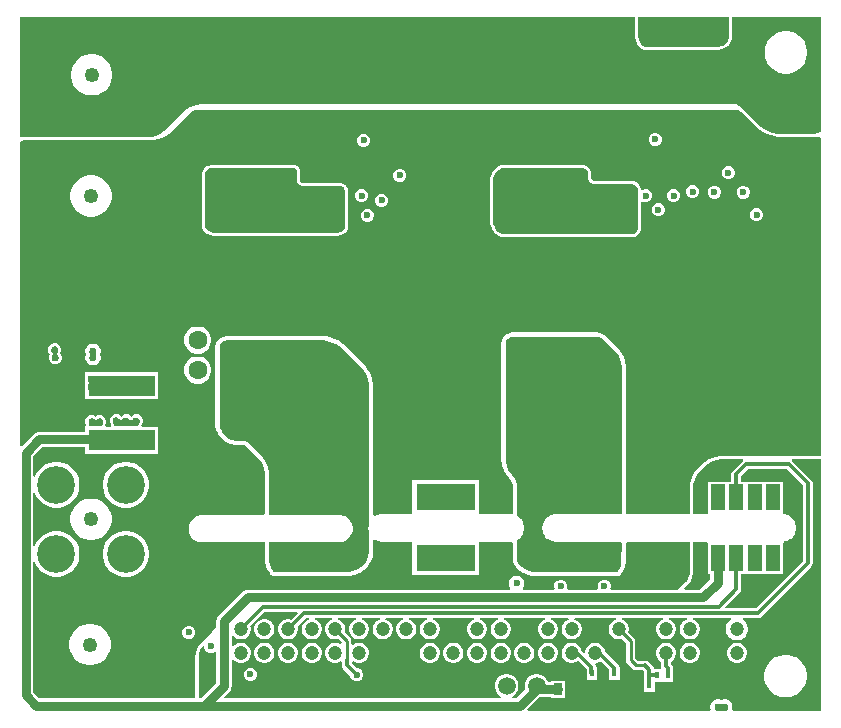
<source format=gtl>
G04*
G04 #@! TF.GenerationSoftware,Altium Limited,Altium Designer,22.5.1 (42)*
G04*
G04 Layer_Physical_Order=1*
G04 Layer_Color=255*
%FSLAX25Y25*%
%MOIN*%
G70*
G04*
G04 #@! TF.SameCoordinates,4CCF3D7E-3C4F-46BB-889F-021E08990E68*
G04*
G04*
G04 #@! TF.FilePolarity,Positive*
G04*
G01*
G75*
%ADD12C,0.01000*%
%ADD33C,0.03150*%
%ADD34R,0.07874X0.03937*%
%ADD35R,0.23622X0.20472*%
%ADD36R,0.18898X0.18898*%
%ADD37R,0.22441X0.07087*%
%ADD38R,0.01575X0.02362*%
%ADD39R,0.02756X0.03937*%
%ADD40C,0.01181*%
%ADD41R,0.02953X0.06693*%
%ADD42R,0.03543X0.06299*%
%ADD43R,0.19685X0.08661*%
%ADD44R,0.07874X0.08661*%
%ADD45R,0.04724X0.08661*%
%ADD46C,0.05906*%
%ADD47C,0.07874*%
%ADD48C,0.04724*%
%ADD49C,0.04921*%
%ADD50C,0.12598*%
%ADD51C,0.06299*%
%ADD52C,0.02362*%
G36*
X336417Y500974D02*
Y500743D01*
X336327Y500288D01*
X336150Y499860D01*
X335892Y499475D01*
X335728Y499311D01*
X335366Y498948D01*
Y498948D01*
X335101Y498683D01*
X334478Y498267D01*
X333786Y497981D01*
X333052Y497835D01*
X308700D01*
X308375Y497899D01*
X308069Y498026D01*
X307794Y498210D01*
X307677Y498327D01*
X307326Y498678D01*
X306774Y499503D01*
X306395Y500421D01*
X306201Y501395D01*
Y501891D01*
Y507677D01*
X336417D01*
Y500974D01*
D02*
G37*
G36*
X367107Y469603D02*
X366795Y469395D01*
X366000Y469066D01*
X365156Y468898D01*
X353748D01*
X352764Y468898D01*
X350832Y469282D01*
X349012Y470036D01*
X347374Y471130D01*
X346677Y471827D01*
X341339Y477165D01*
X341339Y477165D01*
X340899Y477564D01*
X339913Y478223D01*
X338817Y478677D01*
X337654Y478908D01*
X337061Y478937D01*
X161623Y478937D01*
X161622Y478937D01*
X160642Y478889D01*
X158720Y478506D01*
X156909Y477756D01*
X155279Y476667D01*
X154551Y476008D01*
X148917Y470374D01*
X148917Y470374D01*
X148332Y469789D01*
X146956Y468869D01*
X145427Y468236D01*
X143804Y467913D01*
X142977Y467913D01*
X100216D01*
Y491732D01*
Y507658D01*
X305197D01*
Y501891D01*
Y501395D01*
X305217Y501298D01*
Y501199D01*
X305410Y500225D01*
X305448Y500134D01*
X305467Y500037D01*
X305847Y499119D01*
X305902Y499037D01*
X305940Y498946D01*
X306492Y498120D01*
X306562Y498050D01*
X306616Y497968D01*
X306967Y497617D01*
X306967Y497617D01*
X307084Y497500D01*
X307167Y497445D01*
X307237Y497375D01*
X307512Y497191D01*
X307603Y497154D01*
X307685Y497099D01*
X307991Y496972D01*
X308088Y496953D01*
X308179Y496915D01*
X308504Y496850D01*
X308603D01*
X308700Y496831D01*
X333052D01*
X333149Y496850D01*
X333247D01*
X333982Y496996D01*
X334073Y497034D01*
X334170Y497054D01*
X334862Y497340D01*
X334944Y497395D01*
X335036Y497433D01*
X335658Y497849D01*
X335728Y497919D01*
X335810Y497974D01*
X336075Y498239D01*
X336075Y498239D01*
X336438Y498601D01*
Y498601D01*
X336438Y498601D01*
X336602Y498765D01*
X336657Y498847D01*
X336727Y498917D01*
X336984Y499303D01*
X337022Y499394D01*
X337077Y499476D01*
X337254Y499904D01*
X337273Y500001D01*
X337311Y500092D01*
X337402Y500547D01*
Y500646D01*
X337421Y500743D01*
Y500974D01*
Y507658D01*
X367107D01*
Y469603D01*
D02*
G37*
G36*
X339400Y476663D02*
X340379Y476258D01*
X341259Y475670D01*
X341634Y475295D01*
X346087Y470842D01*
X346087Y470842D01*
Y470842D01*
X346814Y470183D01*
X348444Y469094D01*
X350255Y468344D01*
X352178Y467962D01*
X352374Y467952D01*
X352568Y467913D01*
X352667D01*
X352764Y467894D01*
X353748Y467894D01*
X365156D01*
X365253Y467913D01*
X366987D01*
X367096Y467487D01*
X367107Y467427D01*
Y361614D01*
X334752D01*
X334752Y361614D01*
X333772Y361566D01*
X331850Y361184D01*
X330038Y360433D01*
X328408Y359344D01*
X327681Y358685D01*
X326354Y357358D01*
X325695Y356631D01*
X324606Y355001D01*
X323856Y353190D01*
X323809Y352953D01*
X323425D01*
Y350288D01*
X323425Y350287D01*
Y342047D01*
X302625D01*
X302273Y342402D01*
X302291Y343980D01*
X302289Y343988D01*
X302291Y343996D01*
X302291Y389952D01*
X302291Y390937D01*
X302264Y391073D01*
Y391211D01*
X301880Y393143D01*
X301827Y393271D01*
X301800Y393407D01*
X301046Y395227D01*
X300969Y395342D01*
X300916Y395470D01*
X299821Y397108D01*
X299724Y397205D01*
X299647Y397320D01*
X298950Y398017D01*
X298950Y398017D01*
X298950Y398017D01*
X296171Y400797D01*
X295820Y401148D01*
X295705Y401225D01*
X295607Y401322D01*
X294781Y401874D01*
X294653Y401927D01*
X294538Y402004D01*
X293621Y402384D01*
X293485Y402411D01*
X293357Y402464D01*
X292383Y402658D01*
X292245D01*
X292109Y402684D01*
X291613Y402684D01*
X291613Y402684D01*
X264737Y402684D01*
X264439Y402684D01*
X264303Y402658D01*
X264165D01*
X263581Y402541D01*
X263453Y402488D01*
X263317Y402461D01*
X262767Y402233D01*
X262652Y402156D01*
X262524Y402104D01*
X262029Y401772D01*
X261931Y401675D01*
X261816Y401598D01*
X261605Y401387D01*
X261488Y401270D01*
X261411Y401155D01*
X261313Y401057D01*
X261129Y400782D01*
X261076Y400654D01*
X260999Y400539D01*
X260873Y400233D01*
X260846Y400097D01*
X260793Y399969D01*
X260790Y399954D01*
X260790Y399906D01*
X260774Y399861D01*
X260713Y399386D01*
X260716Y399345D01*
X260705Y399305D01*
X260711Y399255D01*
X260701Y399206D01*
Y360444D01*
Y359716D01*
X260728Y359580D01*
Y359442D01*
X261012Y358014D01*
X261065Y357886D01*
X261092Y357750D01*
X261650Y356405D01*
X261727Y356290D01*
X261779Y356162D01*
X262589Y354951D01*
X262686Y354853D01*
X262763Y354738D01*
X263254Y354248D01*
X263515Y353959D01*
X263966Y353284D01*
X264264Y352566D01*
X264422Y351769D01*
X264441Y351380D01*
Y342587D01*
X264186Y342142D01*
X263711D01*
X263710Y342142D01*
X263709Y342141D01*
X263708Y342142D01*
X253700Y342119D01*
X253346Y342472D01*
Y353346D01*
X230906D01*
Y342068D01*
X222409Y342049D01*
X220866Y342049D01*
X220859Y342048D01*
X220852Y342049D01*
X220389Y342043D01*
X220262Y342016D01*
X220132Y342006D01*
X219240Y341756D01*
X219124Y341697D01*
X219002Y341654D01*
X218539Y341381D01*
X218039Y341666D01*
X218039Y384047D01*
X218039Y384047D01*
X218039Y385032D01*
X218012Y385168D01*
Y385306D01*
X217628Y387238D01*
X217575Y387366D01*
X217548Y387501D01*
X216794Y389321D01*
X216717Y389436D01*
X216664Y389564D01*
X215569Y391202D01*
X215472Y391300D01*
X215395Y391415D01*
X214698Y392111D01*
X208745Y398064D01*
X208745Y398065D01*
X208049Y398761D01*
X207934Y398838D01*
X207836Y398936D01*
X206198Y400030D01*
X206070Y400083D01*
X205955Y400160D01*
X204135Y400914D01*
X203999Y400941D01*
X203872Y400994D01*
X201940Y401378D01*
X201801D01*
X201666Y401405D01*
X200681Y401405D01*
X169291Y401405D01*
X169291Y401405D01*
X169010D01*
X168875Y401378D01*
X168736D01*
X168185Y401268D01*
X168058Y401215D01*
X167922Y401188D01*
X167403Y400974D01*
X167288Y400897D01*
X167160Y400844D01*
X166693Y400532D01*
X166595Y400434D01*
X166480Y400357D01*
X166282Y400158D01*
X166231Y400108D01*
X166231Y400108D01*
X166231Y400108D01*
X166114Y399991D01*
X166037Y399875D01*
X165939Y399778D01*
X165755Y399502D01*
X165702Y399375D01*
X165626Y399260D01*
X165499Y398954D01*
X165472Y398818D01*
X165419Y398690D01*
X165354Y398366D01*
Y398227D01*
X165327Y398092D01*
X165327Y397926D01*
Y372347D01*
Y371784D01*
X165354Y371648D01*
Y371510D01*
X165574Y370406D01*
X165627Y370278D01*
X165654Y370143D01*
X166084Y369103D01*
X166161Y368988D01*
X166214Y368860D01*
X166840Y367924D01*
X166937Y367827D01*
X167014Y367711D01*
X167412Y367314D01*
X167833Y366892D01*
X167948Y366815D01*
X168046Y366718D01*
X169037Y366056D01*
X169165Y366003D01*
X169280Y365926D01*
X170381Y365470D01*
X170516Y365443D01*
X170644Y365390D01*
X171813Y365158D01*
X171951D01*
X172087Y365130D01*
X173784D01*
X174112Y365114D01*
X174789Y364980D01*
X175394Y364729D01*
X175967Y364346D01*
X176210Y364126D01*
X179222Y361114D01*
X179789Y360489D01*
X180743Y359060D01*
X181388Y357504D01*
X181723Y355819D01*
X181764Y354977D01*
X181764Y342152D01*
X181759Y342146D01*
X181326Y341794D01*
X163679Y341754D01*
X163666Y341752D01*
X163653Y341754D01*
X160945Y341678D01*
X160503Y341685D01*
X160373Y341661D01*
X160241Y341654D01*
X159341Y341427D01*
X159221Y341370D01*
X159096Y341329D01*
X158286Y340875D01*
X158185Y340789D01*
X158075Y340717D01*
X157410Y340068D01*
X157336Y339959D01*
X157248Y339861D01*
X156775Y339061D01*
X156731Y338937D01*
X156672Y338819D01*
X156423Y337924D01*
X156414Y337792D01*
X156387Y337663D01*
X156380Y336734D01*
X156405Y336604D01*
X156412Y336473D01*
X156647Y335574D01*
X156705Y335455D01*
X156746Y335330D01*
X157207Y334523D01*
X157293Y334423D01*
X157366Y334314D01*
X158021Y333654D01*
X158130Y333580D01*
X158229Y333493D01*
X159032Y333027D01*
X159157Y332984D01*
X159275Y332925D01*
X160172Y332684D01*
X160304Y332675D01*
X160433Y332649D01*
X160898Y332649D01*
X181867D01*
Y327102D01*
X181867Y326507D01*
X181894Y326372D01*
Y326233D01*
X182125Y325067D01*
X182178Y324939D01*
X182205Y324804D01*
X182660Y323706D01*
X182737Y323590D01*
X182790Y323463D01*
X183451Y322474D01*
X183548Y322376D01*
X183625Y322261D01*
X183661Y322226D01*
Y321850D01*
X184036D01*
X184046Y321841D01*
X184501Y321537D01*
X185039Y321430D01*
X209102Y321430D01*
X209863D01*
X209999Y321457D01*
X210137D01*
X211630Y321754D01*
X211758Y321807D01*
X211894Y321834D01*
X213300Y322416D01*
X213416Y322493D01*
X213543Y322546D01*
X214809Y323392D01*
X214907Y323490D01*
X215022Y323567D01*
X216052Y324597D01*
X216129Y324711D01*
X216227Y324809D01*
X216999Y325965D01*
X217052Y326093D01*
X217129Y326208D01*
X217661Y327492D01*
X217688Y327628D01*
X217741Y327756D01*
X218012Y329119D01*
Y329258D01*
X218039Y329393D01*
X218039Y330088D01*
Y333328D01*
X218539Y333613D01*
X219002Y333340D01*
X219124Y333297D01*
X219240Y333238D01*
X220132Y332988D01*
X220262Y332978D01*
X220389Y332951D01*
X220852Y332945D01*
X220859Y332946D01*
X220866Y332944D01*
X230905D01*
Y321850D01*
X253346D01*
Y332944D01*
X263648D01*
X264116Y332937D01*
X264399Y332590D01*
X264441Y332487D01*
Y327356D01*
X264469Y327220D01*
Y327082D01*
X264623Y326303D01*
X264676Y326175D01*
X264703Y326039D01*
X265007Y325305D01*
X265084Y325190D01*
X265137Y325062D01*
X265579Y324402D01*
X265676Y324304D01*
X265753Y324189D01*
X266034Y323908D01*
X266526Y323417D01*
X266641Y323340D01*
X266739Y323242D01*
X267894Y322470D01*
X268022Y322417D01*
X268137Y322340D01*
X269422Y321808D01*
X269557Y321781D01*
X269685Y321728D01*
X271048Y321457D01*
X271187D01*
X271322Y321430D01*
X299212D01*
X299750Y321537D01*
X300206Y321841D01*
X300215Y321850D01*
X300590D01*
Y322242D01*
X300634Y322307D01*
X300732Y322405D01*
X301283Y323231D01*
X301336Y323359D01*
X301413Y323474D01*
X301793Y324391D01*
X301820Y324527D01*
X301873Y324655D01*
X302067Y325629D01*
Y325767D01*
X302094Y325903D01*
X302094Y326390D01*
X302163Y332582D01*
X302185Y332608D01*
X302601Y332953D01*
X323425Y332953D01*
Y322637D01*
X323425Y322637D01*
X323420Y322193D01*
X323242Y321323D01*
X322903Y320503D01*
X322413Y319762D01*
X322103Y319445D01*
X321039Y318382D01*
X320343Y317685D01*
X319244Y316951D01*
X297294D01*
X297016Y317367D01*
X297146Y317680D01*
Y318541D01*
X296816Y319337D01*
X296207Y319946D01*
X295411Y320276D01*
X294550D01*
X293754Y319946D01*
X293145Y319337D01*
X292815Y318541D01*
Y317680D01*
X292944Y317367D01*
X292667Y316951D01*
X282825D01*
X282548Y317367D01*
X282677Y317680D01*
Y318541D01*
X282347Y319337D01*
X281738Y319946D01*
X280943Y320276D01*
X280081D01*
X279285Y319946D01*
X278676Y319337D01*
X278346Y318541D01*
Y317680D01*
X278476Y317367D01*
X278198Y316951D01*
X267975D01*
X267878Y317187D01*
X267811Y317451D01*
X268133Y318008D01*
X268307Y318659D01*
Y319333D01*
X268133Y319984D01*
X267796Y320567D01*
X267319Y321044D01*
X266736Y321381D01*
X266085Y321555D01*
X265411D01*
X264760Y321381D01*
X264177Y321044D01*
X263700Y320567D01*
X263363Y319984D01*
X263189Y319333D01*
Y318659D01*
X263363Y318008D01*
X263685Y317451D01*
X263618Y317187D01*
X263521Y316951D01*
X176083D01*
X175415Y316863D01*
X174792Y316605D01*
X174258Y316195D01*
X166384Y308321D01*
X165973Y307787D01*
X165716Y307164D01*
X165628Y306496D01*
Y304457D01*
X164631Y303473D01*
X164557Y303383D01*
X164403Y303206D01*
X164245Y303032D01*
X164083Y302863D01*
X161393Y300173D01*
X160734Y299446D01*
X159645Y297816D01*
X158895Y296005D01*
X158513Y294082D01*
X158465Y293102D01*
X158465Y280790D01*
X108559D01*
X108260Y280829D01*
X106581D01*
X104648Y282762D01*
Y326055D01*
X105148Y326154D01*
X105559Y325163D01*
X106399Y323905D01*
X107468Y322836D01*
X108726Y321996D01*
X110123Y321417D01*
X111606Y321122D01*
X113118D01*
X114602Y321417D01*
X115999Y321996D01*
X117256Y322836D01*
X118325Y323905D01*
X119166Y325163D01*
X119744Y326560D01*
X120039Y328043D01*
Y329555D01*
X119744Y331039D01*
X119166Y332436D01*
X118325Y333693D01*
X117256Y334763D01*
X115999Y335603D01*
X114602Y336181D01*
X113118Y336476D01*
X111606D01*
X110123Y336181D01*
X108726Y335603D01*
X107468Y334763D01*
X106399Y333693D01*
X105559Y332436D01*
X105148Y331444D01*
X104648Y331543D01*
Y349165D01*
X105148Y349265D01*
X105559Y348273D01*
X106399Y347016D01*
X107468Y345946D01*
X108726Y345106D01*
X110123Y344527D01*
X111606Y344232D01*
X113118D01*
X114602Y344527D01*
X115999Y345106D01*
X117256Y345946D01*
X118325Y347016D01*
X119166Y348273D01*
X119744Y349670D01*
X120039Y351153D01*
Y352666D01*
X119744Y354149D01*
X119166Y355546D01*
X118325Y356803D01*
X117256Y357873D01*
X115999Y358713D01*
X114602Y359292D01*
X113118Y359587D01*
X111606D01*
X110123Y359292D01*
X108726Y358713D01*
X107468Y357873D01*
X106399Y356803D01*
X105559Y355546D01*
X105148Y354554D01*
X104648Y354654D01*
Y361333D01*
X107762Y364446D01*
X121949D01*
Y362205D01*
X146358D01*
Y371260D01*
X140876D01*
X140668Y371760D01*
X140812Y371903D01*
X141142Y372699D01*
Y373561D01*
X140812Y374357D01*
X140203Y374966D01*
X139407Y375295D01*
X138546D01*
X137750Y374966D01*
X137303Y374519D01*
X136856Y374966D01*
X136061Y375295D01*
X135199D01*
X134403Y374966D01*
X134006Y374568D01*
X133510Y375064D01*
X132714Y375394D01*
X131853D01*
X131057Y375064D01*
X130448Y374455D01*
X130118Y373659D01*
Y372798D01*
X130448Y372002D01*
X130690Y371760D01*
X130483Y371260D01*
X128912D01*
X128670Y371760D01*
X128937Y372404D01*
Y373265D01*
X128607Y374061D01*
X127998Y374670D01*
X127202Y375000D01*
X126341D01*
X125545Y374670D01*
X125443Y374568D01*
X125341Y374670D01*
X124545Y375000D01*
X123684D01*
X122888Y374670D01*
X122278Y374061D01*
X121949Y373265D01*
Y372404D01*
X122216Y371760D01*
X121973Y371260D01*
X121949D01*
Y369609D01*
X106693D01*
X106025Y369521D01*
X105402Y369263D01*
X104868Y368853D01*
X100716Y364701D01*
X100216Y364908D01*
Y466062D01*
X100337Y466184D01*
X100668Y466404D01*
X101034Y466556D01*
X101424Y466634D01*
X101622Y466634D01*
X143124Y466634D01*
X143594Y466634D01*
X143594Y466634D01*
X143594Y466634D01*
X144574Y466682D01*
X146497Y467064D01*
X148308Y467815D01*
X149938Y468904D01*
X150665Y469563D01*
X157207Y476104D01*
X157207Y476104D01*
Y476104D01*
X157579Y476413D01*
X157817Y476573D01*
X158293Y476770D01*
X158798Y476870D01*
X159055Y476870D01*
X337832Y476870D01*
X337832Y476870D01*
X337832Y476870D01*
X338362Y476870D01*
X339400Y476663D01*
D02*
G37*
G36*
X293083Y401086D02*
X294001Y400706D01*
X294826Y400154D01*
X295177Y399803D01*
X297957Y397023D01*
X297957Y397023D01*
X298653Y396327D01*
X299748Y394689D01*
X300501Y392869D01*
X300886Y390937D01*
X300886Y389952D01*
X300886Y343996D01*
X300864Y342047D01*
X278937D01*
X278476Y342050D01*
X278346Y342026D01*
X278215Y342018D01*
X277308Y341781D01*
X277189Y341723D01*
X277064Y341682D01*
X276249Y341217D01*
X276150Y341130D01*
X276040Y341058D01*
X275374Y340397D01*
X275301Y340288D01*
X275213Y340189D01*
X274742Y339378D01*
X274700Y339253D01*
X274641Y339135D01*
X274397Y338230D01*
X274389Y338098D01*
X274363Y337969D01*
X274363Y337031D01*
X274389Y336902D01*
X274397Y336770D01*
X274641Y335865D01*
X274700Y335747D01*
X274742Y335622D01*
X275213Y334811D01*
X275301Y334712D01*
X275374Y334603D01*
X276040Y333942D01*
X276150Y333870D01*
X276249Y333783D01*
X277064Y333318D01*
X277189Y333277D01*
X277308Y333219D01*
X278215Y332982D01*
X278346Y332974D01*
X278476Y332950D01*
X278941Y332953D01*
X300407D01*
X300758Y332598D01*
X300689Y326400D01*
X300689Y326400D01*
X300689Y325903D01*
X300495Y324929D01*
X300115Y324011D01*
X299563Y323186D01*
X299212Y322835D01*
X271322D01*
X269959Y323106D01*
X268675Y323638D01*
X267519Y324410D01*
X267028Y324902D01*
X266747Y325182D01*
X266305Y325843D01*
X266001Y326577D01*
X265846Y327356D01*
Y333468D01*
X266374Y333764D01*
X266474Y333849D01*
X266584Y333921D01*
X267265Y334586D01*
X267339Y334695D01*
X267427Y334793D01*
X267911Y335612D01*
X267955Y335737D01*
X268014Y335855D01*
X268269Y336771D01*
X268279Y336903D01*
X268305Y337032D01*
X268313Y337983D01*
X268288Y338113D01*
X268280Y338245D01*
X268040Y339165D01*
X267982Y339284D01*
X267940Y339409D01*
X267469Y340235D01*
X267383Y340335D01*
X267310Y340444D01*
X266640Y341120D01*
X266530Y341193D01*
X266431Y341281D01*
X265846Y341620D01*
Y351415D01*
X265846D01*
X265846Y351415D01*
X265821Y351942D01*
X265615Y352975D01*
X265212Y353949D01*
X264626Y354826D01*
X264272Y355217D01*
X263757Y355731D01*
X262948Y356942D01*
X262390Y358288D01*
X262106Y359716D01*
Y360444D01*
Y399206D01*
X262106Y399206D01*
X262168Y399680D01*
X262171Y399696D01*
X262298Y400001D01*
X262481Y400277D01*
X262598Y400394D01*
X262809Y400604D01*
X263304Y400935D01*
X263855Y401163D01*
X264439Y401279D01*
X264737Y401279D01*
X291613Y401279D01*
X291613Y401279D01*
X291613Y401279D01*
X292109Y401279D01*
X293083Y401086D01*
D02*
G37*
G36*
X127430Y373820D02*
X127757Y373493D01*
X127933Y373066D01*
Y372604D01*
X127743Y372144D01*
X127737Y372115D01*
X127722Y372089D01*
X127699Y371924D01*
X127667Y371760D01*
X127459Y371588D01*
X127215Y371457D01*
X123670D01*
X123426Y371588D01*
X123219Y371760D01*
X123187Y371924D01*
X123164Y372089D01*
X123149Y372115D01*
X123143Y372144D01*
X123130Y372175D01*
Y373494D01*
X123456Y373820D01*
X123883Y373996D01*
X124345D01*
X124823Y373798D01*
X125059Y373641D01*
X125443Y373565D01*
X125827Y373641D01*
X126063Y373798D01*
X126541Y373996D01*
X127003D01*
X127430Y373820D01*
D02*
G37*
G36*
X132942Y374213D02*
X133296Y373859D01*
X133296Y373859D01*
X133622Y373641D01*
X134006Y373565D01*
X134390Y373641D01*
X134715Y373859D01*
X134972Y374115D01*
X135399Y374292D01*
X135861D01*
X136288Y374115D01*
X136593Y373809D01*
X136919Y373592D01*
X137303Y373516D01*
X137687Y373592D01*
X138013Y373809D01*
X138318Y374115D01*
X138745Y374292D01*
X139207D01*
X139634Y374115D01*
X139961Y373788D01*
X140138Y373361D01*
Y372899D01*
X139961Y372472D01*
X139959Y372469D01*
X139741Y372144D01*
X139665Y371760D01*
X139312Y371457D01*
X131942D01*
X131693Y371760D01*
X131617Y372144D01*
X131399Y372469D01*
X131299Y372570D01*
X131122Y372997D01*
Y373460D01*
X131299Y373886D01*
X131625Y374213D01*
X132052Y374390D01*
X132515D01*
X132942Y374213D01*
D02*
G37*
G36*
X341275Y360522D02*
X341161Y359845D01*
X341089Y359797D01*
X341089Y359797D01*
X337841Y356549D01*
X337493Y356028D01*
X337371Y355413D01*
X337371Y355413D01*
Y352953D01*
X329528D01*
Y342323D01*
X329142Y342047D01*
X324429D01*
Y350287D01*
X324429Y350287D01*
X324429Y350288D01*
Y352181D01*
X324436Y352188D01*
X324518Y352243D01*
X324573Y352325D01*
X324643Y352395D01*
X324681Y352486D01*
X324736Y352569D01*
X324755Y352666D01*
X324793Y352757D01*
X324821Y352897D01*
X325495Y354526D01*
X326488Y356012D01*
X326528Y356056D01*
X328984Y358511D01*
X329028Y358551D01*
X330514Y359544D01*
X332142Y360219D01*
X333895Y360567D01*
X334777Y360611D01*
X341208D01*
X341275Y360522D01*
D02*
G37*
G36*
X200681Y400000D02*
X201666Y400000D01*
X203598Y399616D01*
X205417Y398862D01*
X207055Y397767D01*
X207752Y397071D01*
X207752Y397071D01*
X213705Y391118D01*
X214401Y390422D01*
X215496Y388784D01*
X216249Y386964D01*
X216634Y385032D01*
X216634Y384047D01*
X216634D01*
X216634Y384047D01*
X216634Y339112D01*
X216396Y338217D01*
X216388Y338088D01*
X216363Y337960D01*
X216363Y337034D01*
X216388Y336906D01*
X216396Y336776D01*
X216634Y335882D01*
Y330088D01*
X216634Y329393D01*
X216363Y328030D01*
X215831Y326746D01*
X215058Y325590D01*
X214029Y324560D01*
X212763Y323714D01*
X211356Y323132D01*
X209863Y322835D01*
X209102D01*
X185039Y322835D01*
X184619Y323255D01*
X183958Y324243D01*
X183503Y325341D01*
X183272Y326507D01*
X183272Y327102D01*
Y332649D01*
X206102D01*
X206124Y332653D01*
X206145Y332650D01*
X206455Y332663D01*
X206901Y332657D01*
X207030Y332680D01*
X207162Y332687D01*
X208083Y332920D01*
X208202Y332977D01*
X208327Y333017D01*
X209156Y333482D01*
X209256Y333568D01*
X209367Y333640D01*
X210046Y334303D01*
X210121Y334412D01*
X210209Y334511D01*
X210692Y335328D01*
X210736Y335453D01*
X210795Y335571D01*
X211049Y336486D01*
X211059Y336617D01*
X211086Y336747D01*
X211093Y337696D01*
X211068Y337826D01*
X211060Y337958D01*
X210820Y338877D01*
X210763Y338995D01*
X210721Y339120D01*
X210250Y339946D01*
X210164Y340045D01*
X210091Y340155D01*
X209422Y340829D01*
X209313Y340903D01*
X209214Y340990D01*
X208392Y341467D01*
X208267Y341510D01*
X208149Y341568D01*
X207232Y341815D01*
X207100Y341824D01*
X206971Y341850D01*
X206496D01*
X206495Y341850D01*
X206494Y341850D01*
X183523Y341799D01*
X183169Y342152D01*
X183169Y355011D01*
X183121Y355992D01*
X182739Y357914D01*
X181989Y359725D01*
X180899Y361355D01*
X180240Y362083D01*
X180240Y362083D01*
X177179Y365143D01*
X176834Y365457D01*
X176059Y365974D01*
X175198Y366331D01*
X174285Y366512D01*
X173819Y366535D01*
X173819Y366535D01*
X173819Y366535D01*
X172087D01*
X170918Y366768D01*
X169817Y367224D01*
X168827Y367886D01*
X168405Y368307D01*
X168008Y368705D01*
X167382Y369641D01*
X166952Y370680D01*
X166732Y371784D01*
Y372347D01*
Y397926D01*
X166732Y398092D01*
X166797Y398416D01*
X166923Y398722D01*
X167107Y398997D01*
X167224Y399114D01*
X167275Y399165D01*
X167474Y399363D01*
X167941Y399675D01*
X168460Y399890D01*
X169010Y400000D01*
X169291D01*
X169291Y400000D01*
X200681Y400000D01*
D02*
G37*
G36*
X329528Y332453D02*
Y322628D01*
Y322125D01*
X330293D01*
Y320360D01*
X326884Y316951D01*
X321735D01*
X321528Y317451D01*
X321749Y317672D01*
X321749Y317672D01*
X322812Y318736D01*
X322815Y318740D01*
X322820Y318743D01*
X323130Y319060D01*
X323183Y319141D01*
X323251Y319209D01*
X323740Y319950D01*
X323776Y320039D01*
X323830Y320119D01*
X324169Y320939D01*
X324188Y321033D01*
X324226Y321122D01*
X324404Y321992D01*
X324404Y322088D01*
X324424Y322182D01*
X324429Y322626D01*
X324428Y322631D01*
X324429Y322637D01*
Y332953D01*
X329110D01*
X329528Y332453D01*
D02*
G37*
G36*
X361190Y351697D02*
Y326354D01*
X345496Y310661D01*
X335534D01*
X335342Y311123D01*
X340112Y315892D01*
X340460Y316413D01*
X340582Y317028D01*
X340582Y317028D01*
Y322125D01*
X354528D01*
Y332450D01*
X354756Y332875D01*
X354938Y332971D01*
X355056Y332977D01*
X355965Y333207D01*
X356084Y333263D01*
X356209Y333304D01*
X357027Y333762D01*
X357128Y333848D01*
X357238Y333920D01*
X357909Y334575D01*
X357983Y334684D01*
X358071Y334782D01*
X358548Y335590D01*
X358592Y335714D01*
X358651Y335832D01*
X358902Y336735D01*
X358912Y336867D01*
X358939Y336996D01*
X358946Y337933D01*
X358921Y338063D01*
X358913Y338194D01*
X358676Y339102D01*
X358619Y339220D01*
X358577Y339345D01*
X358113Y340160D01*
X358026Y340259D01*
X357953Y340369D01*
X357293Y341035D01*
X357183Y341108D01*
X357084Y341196D01*
X356274Y341667D01*
X356149Y341709D01*
X356031Y341768D01*
X355125Y342011D01*
X354994Y342020D01*
X354909Y342037D01*
X354831Y342096D01*
X354528Y342546D01*
Y352953D01*
X340582D01*
Y354748D01*
X342889Y357056D01*
X355831D01*
X361190Y351697D01*
D02*
G37*
G36*
X367107Y276594D02*
X337971D01*
X337610Y277094D01*
X337697Y277419D01*
Y278093D01*
X337522Y278744D01*
X337186Y279327D01*
X336709Y279804D01*
X336126Y280140D01*
X335475Y280315D01*
X334801D01*
X334150Y280140D01*
X334016Y280063D01*
X333881Y280140D01*
X333230Y280315D01*
X332557D01*
X331906Y280140D01*
X331322Y279804D01*
X330846Y279327D01*
X330509Y278744D01*
X330334Y278093D01*
Y277419D01*
X330421Y277094D01*
X330060Y276594D01*
X269539D01*
X269348Y277056D01*
X273299Y281007D01*
X273572Y281080D01*
X277067D01*
Y280709D01*
X281791D01*
Y282677D01*
X281922Y282993D01*
X282010Y283661D01*
X281922Y284330D01*
X281791Y284646D01*
Y286614D01*
X277067D01*
Y286243D01*
X276102D01*
X276070Y286362D01*
X275552Y287260D01*
X274819Y287993D01*
X273921Y288511D01*
X272920Y288780D01*
X271883D01*
X270882Y288511D01*
X269984Y287993D01*
X269251Y287260D01*
X268733Y286362D01*
X268465Y285361D01*
Y284324D01*
X268644Y283653D01*
X265781Y280790D01*
X264256D01*
X264122Y281290D01*
X264819Y281692D01*
X265552Y282425D01*
X266070Y283323D01*
X266339Y284324D01*
Y285361D01*
X266070Y286362D01*
X265552Y287260D01*
X264819Y287993D01*
X263921Y288511D01*
X262920Y288780D01*
X261883D01*
X260882Y288511D01*
X259984Y287993D01*
X259251Y287260D01*
X258733Y286362D01*
X258465Y285361D01*
Y284324D01*
X258733Y283323D01*
X259251Y282425D01*
X259984Y281692D01*
X260681Y281290D01*
X260547Y280790D01*
X168558D01*
X168367Y281252D01*
X170034Y282919D01*
X170444Y283453D01*
X170702Y284076D01*
X170790Y284744D01*
Y293456D01*
X171290Y293663D01*
X171764Y293188D01*
X172527Y292748D01*
X173378Y292520D01*
X174259D01*
X175111Y292748D01*
X175874Y293188D01*
X176497Y293811D01*
X176937Y294574D01*
X177165Y295426D01*
Y296307D01*
X176937Y297158D01*
X176497Y297921D01*
X175874Y298544D01*
X175111Y298985D01*
X174259Y299213D01*
X173378D01*
X172527Y298985D01*
X171764Y298544D01*
X171290Y298070D01*
X170790Y298277D01*
Y301330D01*
X171290Y301537D01*
X171764Y301062D01*
X172527Y300622D01*
X173378Y300394D01*
X174259D01*
X175111Y300622D01*
X175874Y301062D01*
X176497Y301685D01*
X176937Y302449D01*
X177165Y303300D01*
Y304181D01*
X177031Y304682D01*
X181964Y309615D01*
X192518D01*
X192709Y309153D01*
X190508Y306952D01*
X190007Y307087D01*
X189126D01*
X188275Y306859D01*
X187512Y306418D01*
X186889Y305795D01*
X186449Y305032D01*
X186221Y304181D01*
Y303300D01*
X186449Y302449D01*
X186889Y301685D01*
X187512Y301062D01*
X188275Y300622D01*
X189126Y300394D01*
X190007D01*
X190859Y300622D01*
X191622Y301062D01*
X192245Y301685D01*
X192685Y302449D01*
X192913Y303300D01*
Y304181D01*
X192779Y304682D01*
X195547Y307450D01*
X196423D01*
X196489Y306949D01*
X196149Y306859D01*
X195386Y306418D01*
X194763Y305795D01*
X194323Y305032D01*
X194095Y304181D01*
Y303300D01*
X194323Y302449D01*
X194763Y301685D01*
X195386Y301062D01*
X196149Y300622D01*
X197000Y300394D01*
X197881D01*
X198733Y300622D01*
X199496Y301062D01*
X200119Y301685D01*
X200559Y302449D01*
X200787Y303300D01*
Y304181D01*
X200559Y305032D01*
X200119Y305795D01*
X199496Y306418D01*
X198733Y306859D01*
X198393Y306949D01*
X198459Y307450D01*
X204297D01*
X204363Y306949D01*
X204023Y306859D01*
X203260Y306418D01*
X202637Y305795D01*
X202197Y305032D01*
X201969Y304181D01*
Y303300D01*
X202197Y302449D01*
X202637Y301685D01*
X203260Y301062D01*
X204023Y300622D01*
X204874Y300394D01*
X205755D01*
X206359Y300555D01*
X207523Y299392D01*
X207482Y298996D01*
X207011Y298751D01*
X206607Y298985D01*
X205755Y299213D01*
X204874D01*
X204023Y298985D01*
X203260Y298544D01*
X202637Y297921D01*
X202197Y297158D01*
X201969Y296307D01*
Y295426D01*
X202197Y294574D01*
X202637Y293811D01*
X203260Y293188D01*
X204023Y292748D01*
X204874Y292520D01*
X205755D01*
X206607Y292748D01*
X207056Y293007D01*
X207556Y292718D01*
Y291724D01*
X207556Y291724D01*
X207678Y291110D01*
X208026Y290589D01*
X210335Y288280D01*
Y288053D01*
X210664Y287258D01*
X211273Y286649D01*
X212069Y286319D01*
X212931D01*
X213727Y286649D01*
X214336Y287258D01*
X214665Y288053D01*
Y288915D01*
X214336Y289711D01*
X213727Y290320D01*
X212931Y290650D01*
X212507D01*
X210792Y292365D01*
X210798Y292877D01*
X210882Y292955D01*
X211267Y293112D01*
X211897Y292748D01*
X212748Y292520D01*
X213630D01*
X214481Y292748D01*
X215244Y293188D01*
X215867Y293811D01*
X216307Y294574D01*
X216535Y295426D01*
Y296307D01*
X216307Y297158D01*
X215867Y297921D01*
X215244Y298544D01*
X214481Y298985D01*
X213630Y299213D01*
X212748D01*
X211897Y298985D01*
X211175Y298567D01*
X210890Y298645D01*
X210675Y298734D01*
Y299894D01*
X210675Y299894D01*
X210560Y300473D01*
X210231Y300964D01*
X210231Y300964D01*
X208500Y302696D01*
X208661Y303300D01*
Y304181D01*
X208433Y305032D01*
X207993Y305795D01*
X207370Y306418D01*
X206607Y306859D01*
X206267Y306949D01*
X206333Y307450D01*
X212171D01*
X212237Y306949D01*
X211897Y306859D01*
X211134Y306418D01*
X210511Y305795D01*
X210071Y305032D01*
X209842Y304181D01*
Y303300D01*
X210071Y302449D01*
X210511Y301685D01*
X211134Y301062D01*
X211897Y300622D01*
X212748Y300394D01*
X213630D01*
X214481Y300622D01*
X215244Y301062D01*
X215867Y301685D01*
X216307Y302449D01*
X216535Y303300D01*
Y304181D01*
X216307Y305032D01*
X215867Y305795D01*
X215244Y306418D01*
X214481Y306859D01*
X214141Y306949D01*
X214207Y307450D01*
X220045D01*
X220111Y306949D01*
X219771Y306859D01*
X219008Y306418D01*
X218385Y305795D01*
X217945Y305032D01*
X217717Y304181D01*
Y303300D01*
X217945Y302449D01*
X218385Y301685D01*
X219008Y301062D01*
X219771Y300622D01*
X220622Y300394D01*
X221504D01*
X222355Y300622D01*
X223118Y301062D01*
X223741Y301685D01*
X224181Y302449D01*
X224409Y303300D01*
Y304181D01*
X224181Y305032D01*
X223741Y305795D01*
X223118Y306418D01*
X222355Y306859D01*
X222015Y306949D01*
X222081Y307450D01*
X227919D01*
X227985Y306949D01*
X227645Y306859D01*
X226882Y306418D01*
X226259Y305795D01*
X225819Y305032D01*
X225591Y304181D01*
Y303300D01*
X225819Y302449D01*
X226259Y301685D01*
X226882Y301062D01*
X227645Y300622D01*
X228496Y300394D01*
X229378D01*
X230229Y300622D01*
X230992Y301062D01*
X231615Y301685D01*
X232055Y302449D01*
X232283Y303300D01*
Y304181D01*
X232055Y305032D01*
X231615Y305795D01*
X230992Y306418D01*
X230229Y306859D01*
X229889Y306949D01*
X229955Y307450D01*
X235793D01*
X235859Y306949D01*
X235519Y306859D01*
X234756Y306418D01*
X234133Y305795D01*
X233693Y305032D01*
X233465Y304181D01*
Y303300D01*
X233693Y302449D01*
X234133Y301685D01*
X234756Y301062D01*
X235519Y300622D01*
X236370Y300394D01*
X237252D01*
X238103Y300622D01*
X238866Y301062D01*
X239489Y301685D01*
X239929Y302449D01*
X240158Y303300D01*
Y304181D01*
X239929Y305032D01*
X239489Y305795D01*
X238866Y306418D01*
X238103Y306859D01*
X237763Y306949D01*
X237829Y307450D01*
X251541D01*
X251607Y306949D01*
X251267Y306859D01*
X250504Y306418D01*
X249881Y305795D01*
X249441Y305032D01*
X249213Y304181D01*
Y303300D01*
X249441Y302449D01*
X249881Y301685D01*
X250504Y301062D01*
X251267Y300622D01*
X252118Y300394D01*
X253000D01*
X253851Y300622D01*
X254614Y301062D01*
X255237Y301685D01*
X255678Y302449D01*
X255906Y303300D01*
Y304181D01*
X255678Y305032D01*
X255237Y305795D01*
X254614Y306418D01*
X253851Y306859D01*
X253512Y306949D01*
X253577Y307450D01*
X259415D01*
X259481Y306949D01*
X259141Y306859D01*
X258378Y306418D01*
X257755Y305795D01*
X257315Y305032D01*
X257087Y304181D01*
Y303300D01*
X257315Y302449D01*
X257755Y301685D01*
X258378Y301062D01*
X259141Y300622D01*
X259993Y300394D01*
X260874D01*
X261725Y300622D01*
X262488Y301062D01*
X263111Y301685D01*
X263551Y302449D01*
X263779Y303300D01*
Y304181D01*
X263551Y305032D01*
X263111Y305795D01*
X262488Y306418D01*
X261725Y306859D01*
X261385Y306949D01*
X261451Y307450D01*
X275163D01*
X275229Y306949D01*
X274889Y306859D01*
X274126Y306418D01*
X273503Y305795D01*
X273063Y305032D01*
X272835Y304181D01*
Y303300D01*
X273063Y302449D01*
X273503Y301685D01*
X274126Y301062D01*
X274889Y300622D01*
X275741Y300394D01*
X276622D01*
X277473Y300622D01*
X278236Y301062D01*
X278859Y301685D01*
X279299Y302449D01*
X279528Y303300D01*
Y304181D01*
X279299Y305032D01*
X278859Y305795D01*
X278236Y306418D01*
X277473Y306859D01*
X277133Y306949D01*
X277199Y307450D01*
X283037D01*
X283103Y306949D01*
X282763Y306859D01*
X282000Y306418D01*
X281377Y305795D01*
X280937Y305032D01*
X280709Y304181D01*
Y303300D01*
X280937Y302449D01*
X281377Y301685D01*
X282000Y301062D01*
X282763Y300622D01*
X283615Y300394D01*
X284496D01*
X285347Y300622D01*
X286110Y301062D01*
X286733Y301685D01*
X287174Y302449D01*
X287402Y303300D01*
Y304181D01*
X287174Y305032D01*
X286733Y305795D01*
X286110Y306418D01*
X285347Y306859D01*
X285008Y306949D01*
X285073Y307450D01*
X298785D01*
X298851Y306949D01*
X298512Y306859D01*
X297748Y306418D01*
X297125Y305795D01*
X296685Y305032D01*
X296457Y304181D01*
Y303300D01*
X296685Y302449D01*
X297125Y301685D01*
X297748Y301062D01*
X298512Y300622D01*
X299363Y300394D01*
X300244D01*
X300848Y300555D01*
X302227Y299176D01*
Y293406D01*
X302227Y293406D01*
X302342Y292826D01*
X302670Y292335D01*
X304442Y290564D01*
X304442Y290564D01*
X304933Y290236D01*
X305512Y290121D01*
X307904D01*
X308268Y289757D01*
Y286122D01*
Y282874D01*
X311811D01*
Y286221D01*
X314469D01*
Y286221D01*
X314968Y286221D01*
X318012D01*
Y290551D01*
X317846D01*
Y290650D01*
X317724Y291264D01*
X317375Y291785D01*
X317375Y291785D01*
X317157Y292004D01*
Y292929D01*
X317606Y293188D01*
X318229Y293811D01*
X318670Y294574D01*
X318898Y295426D01*
Y296307D01*
X318670Y297158D01*
X318229Y297921D01*
X317606Y298544D01*
X316843Y298985D01*
X315992Y299213D01*
X315111D01*
X314260Y298985D01*
X313496Y298544D01*
X312873Y297921D01*
X312433Y297158D01*
X312205Y296307D01*
Y295426D01*
X312433Y294574D01*
X312873Y293811D01*
X313496Y293188D01*
X313946Y292929D01*
Y291339D01*
X313946Y291339D01*
X314003Y291051D01*
X313711Y290606D01*
X313628Y290551D01*
X311586D01*
X311523Y290870D01*
X311175Y291391D01*
X309797Y292769D01*
X309276Y293117D01*
X308661Y293239D01*
X308197Y293147D01*
X306139D01*
X305254Y294032D01*
Y299803D01*
X305138Y300382D01*
X304810Y300873D01*
X304810Y300873D01*
X302988Y302696D01*
X303150Y303300D01*
Y304181D01*
X302922Y305032D01*
X302481Y305795D01*
X301858Y306418D01*
X301095Y306859D01*
X300756Y306949D01*
X300821Y307450D01*
X314533D01*
X314599Y306949D01*
X314260Y306859D01*
X313496Y306418D01*
X312873Y305795D01*
X312433Y305032D01*
X312205Y304181D01*
Y303300D01*
X312433Y302449D01*
X312873Y301685D01*
X313496Y301062D01*
X314260Y300622D01*
X315111Y300394D01*
X315992D01*
X316843Y300622D01*
X317606Y301062D01*
X318229Y301685D01*
X318670Y302449D01*
X318898Y303300D01*
Y304181D01*
X318670Y305032D01*
X318229Y305795D01*
X317606Y306418D01*
X316843Y306859D01*
X316504Y306949D01*
X316569Y307450D01*
X322407D01*
X322473Y306949D01*
X322133Y306859D01*
X321370Y306418D01*
X320747Y305795D01*
X320307Y305032D01*
X320079Y304181D01*
Y303300D01*
X320307Y302449D01*
X320747Y301685D01*
X321370Y301062D01*
X322133Y300622D01*
X322985Y300394D01*
X323866D01*
X324717Y300622D01*
X325480Y301062D01*
X326103Y301685D01*
X326544Y302449D01*
X326772Y303300D01*
Y304181D01*
X326544Y305032D01*
X326103Y305795D01*
X325480Y306418D01*
X324717Y306859D01*
X324378Y306949D01*
X324443Y307450D01*
X337118D01*
X337252Y306949D01*
X336877Y306733D01*
X336180Y306037D01*
X335688Y305184D01*
X335433Y304233D01*
Y303248D01*
X335688Y302296D01*
X336180Y301444D01*
X336877Y300747D01*
X337730Y300255D01*
X338681Y300000D01*
X339666D01*
X340617Y300255D01*
X341470Y300747D01*
X342166Y301444D01*
X342658Y302296D01*
X342913Y303248D01*
Y304233D01*
X342658Y305184D01*
X342166Y306037D01*
X341470Y306733D01*
X341095Y306949D01*
X341229Y307450D01*
X346161D01*
X346161Y307450D01*
X346776Y307572D01*
X347297Y307920D01*
X363931Y324554D01*
X364279Y325075D01*
X364401Y325689D01*
X364401Y325689D01*
Y352362D01*
X364279Y352977D01*
X363931Y353498D01*
X363931Y353498D01*
X357631Y359797D01*
X357559Y359845D01*
X357446Y360522D01*
X357512Y360611D01*
X367107D01*
Y276594D01*
D02*
G37*
G36*
X161666Y298133D02*
Y297625D01*
X161995Y296829D01*
X162604Y296220D01*
X163400Y295890D01*
X164262D01*
X165058Y296220D01*
X165166Y296328D01*
X165628Y296137D01*
Y285813D01*
X160604Y280790D01*
X159744D01*
Y295129D01*
X159860Y295712D01*
X160535Y297341D01*
X161166Y298285D01*
X161666Y298133D01*
D02*
G37*
G36*
X335583Y278831D02*
X335846Y278679D01*
X336061Y278465D01*
X336213Y278201D01*
X336292Y277908D01*
Y277604D01*
X336253Y277458D01*
X336248Y277385D01*
X336223Y277317D01*
X336230Y277114D01*
X336217Y276911D01*
X335905Y276647D01*
X335815Y276594D01*
X332216D01*
X332126Y276647D01*
X331814Y276911D01*
X331801Y277114D01*
X331809Y277317D01*
X331783Y277385D01*
X331779Y277458D01*
X331739Y277604D01*
Y277908D01*
X331818Y278201D01*
X331970Y278465D01*
X332185Y278679D01*
X332448Y278831D01*
X332741Y278910D01*
X333045D01*
X333425Y278808D01*
X333487Y278787D01*
X333652Y278706D01*
X333745Y278700D01*
X333832Y278670D01*
X334015Y278682D01*
X334199Y278670D01*
X334287Y278700D01*
X334379Y278706D01*
X334544Y278787D01*
X334607Y278808D01*
X334986Y278910D01*
X335290D01*
X335583Y278831D01*
D02*
G37*
%LPC*%
G36*
X356113Y503070D02*
X354911D01*
X354814Y503051D01*
X354715D01*
X353536Y502817D01*
X353445Y502779D01*
X353348Y502760D01*
X352237Y502299D01*
X352155Y502245D01*
X352064Y502207D01*
X351064Y501539D01*
X350994Y501469D01*
X350912Y501414D01*
X350062Y500564D01*
X350007Y500482D01*
X349937Y500412D01*
X349270Y499413D01*
X349232Y499321D01*
X349177Y499239D01*
X348717Y498129D01*
X348697Y498032D01*
X348660Y497940D01*
X348425Y496761D01*
Y496663D01*
X348406Y496566D01*
Y495965D01*
Y495364D01*
X348425Y495267D01*
Y495168D01*
X348660Y493989D01*
X348697Y493897D01*
X348717Y493800D01*
X349177Y492690D01*
X349232Y492608D01*
X349270Y492517D01*
X349937Y491517D01*
X350007Y491447D01*
X350062Y491365D01*
X350912Y490515D01*
X350994Y490460D01*
X351064Y490390D01*
X352064Y489722D01*
X352155Y489684D01*
X352237Y489630D01*
X353348Y489170D01*
X353445Y489150D01*
X353536Y489113D01*
X354715Y488878D01*
X354814D01*
X354911Y488859D01*
X356113D01*
X356210Y488878D01*
X356309D01*
X357488Y489113D01*
X357579Y489150D01*
X357676Y489170D01*
X358786Y489630D01*
X358869Y489684D01*
X358960Y489722D01*
X359959Y490390D01*
X360029Y490460D01*
X360111Y490515D01*
X360961Y491365D01*
X361016Y491447D01*
X361086Y491517D01*
X361754Y492517D01*
X361792Y492608D01*
X361847Y492690D01*
X362307Y493800D01*
X362326Y493897D01*
X362364Y493989D01*
X362598Y495168D01*
Y495267D01*
X362618Y495364D01*
Y495965D01*
Y496566D01*
X362598Y496663D01*
Y496761D01*
X362364Y497940D01*
X362326Y498032D01*
X362307Y498129D01*
X361847Y499239D01*
X361792Y499321D01*
X361754Y499413D01*
X361086Y500412D01*
X361016Y500482D01*
X360961Y500564D01*
X360111Y501414D01*
X360029Y501469D01*
X359959Y501539D01*
X358960Y502207D01*
X358869Y502245D01*
X358786Y502299D01*
X357676Y502760D01*
X357579Y502779D01*
X357488Y502817D01*
X356309Y503051D01*
X356210D01*
X356113Y503070D01*
D02*
G37*
G36*
X124753Y495413D02*
X123396D01*
X122065Y495149D01*
X120811Y494629D01*
X119683Y493875D01*
X118723Y492916D01*
X117969Y491787D01*
X117450Y490533D01*
X117185Y489202D01*
Y487845D01*
X117450Y486514D01*
X117969Y485260D01*
X118723Y484132D01*
X119683Y483172D01*
X120811Y482418D01*
X122065Y481899D01*
X123396Y481634D01*
X124753D01*
X126084Y481899D01*
X127338Y482418D01*
X128467Y483172D01*
X129427Y484132D01*
X130181Y485260D01*
X130700Y486514D01*
X130965Y487845D01*
Y489202D01*
X130700Y490533D01*
X130181Y491787D01*
X129427Y492916D01*
X128467Y493875D01*
X127338Y494629D01*
X126084Y495149D01*
X124753Y495413D01*
D02*
G37*
G36*
X312340Y469193D02*
X311479D01*
X310683Y468863D01*
X310074Y468254D01*
X309744Y467458D01*
Y466597D01*
X310074Y465801D01*
X310683Y465192D01*
X311479Y464862D01*
X312340D01*
X313136Y465192D01*
X313745Y465801D01*
X314075Y466597D01*
Y467458D01*
X313745Y468254D01*
X313136Y468863D01*
X312340Y469193D01*
D02*
G37*
G36*
X215195Y468799D02*
X214333D01*
X213537Y468469D01*
X212928Y467860D01*
X212598Y467065D01*
Y466203D01*
X212928Y465407D01*
X213537Y464798D01*
X214333Y464468D01*
X215195D01*
X215990Y464798D01*
X216599Y465407D01*
X216929Y466203D01*
Y467065D01*
X216599Y467860D01*
X215990Y468469D01*
X215195Y468799D01*
D02*
G37*
G36*
X191610Y458385D02*
X163827Y458385D01*
X163629Y458385D01*
X163532Y458366D01*
X163433D01*
X163043Y458289D01*
X162952Y458251D01*
X162855Y458231D01*
X162488Y458080D01*
X162406Y458025D01*
X162315Y457987D01*
X161984Y457766D01*
X161915Y457696D01*
X161832Y457641D01*
X161528Y457337D01*
X161473Y457255D01*
X161403Y457185D01*
X161146Y456800D01*
X161108Y456708D01*
X161053Y456626D01*
X160876Y456198D01*
X160857Y456101D01*
X160819Y456010D01*
X160728Y455555D01*
Y455457D01*
X160709Y455360D01*
Y438227D01*
X160728Y438130D01*
Y438032D01*
X160793Y437707D01*
X160831Y437616D01*
X160850Y437519D01*
X160977Y437213D01*
X161032Y437131D01*
X161069Y437039D01*
X161253Y436764D01*
X161323Y436694D01*
X161378Y436612D01*
X161799Y436191D01*
X161881Y436136D01*
X161951Y436066D01*
X162667Y435588D01*
X162758Y435550D01*
X162840Y435495D01*
X163635Y435166D01*
X163732Y435147D01*
X163824Y435109D01*
X164668Y434941D01*
X164767D01*
X164864Y434922D01*
X165281D01*
X168521Y434838D01*
X168522Y434838D01*
X168576Y434833D01*
X168592Y434835D01*
X168607Y434831D01*
X168661Y434827D01*
X168677Y434829D01*
X168693Y434826D01*
X168747Y434824D01*
X168763Y434826D01*
X168779Y434823D01*
X206018D01*
X206115Y434842D01*
X206214D01*
X206928Y434985D01*
X207019Y435022D01*
X207116Y435042D01*
X207789Y435320D01*
X207871Y435375D01*
X207962Y435413D01*
X208568Y435818D01*
X208638Y435887D01*
X208720Y435942D01*
X208977Y436200D01*
X208977Y436200D01*
X209048Y436270D01*
X209102Y436352D01*
X209172Y436422D01*
X209283Y436587D01*
X209320Y436679D01*
X209375Y436761D01*
X209451Y436944D01*
X209471Y437041D01*
X209508Y437132D01*
X209547Y437327D01*
Y437426D01*
X209566Y437523D01*
Y437622D01*
X209566Y437622D01*
X209566Y449796D01*
X209566Y449962D01*
X209547Y450059D01*
Y450157D01*
X209483Y450482D01*
X209445Y450573D01*
X209426Y450670D01*
X209299Y450976D01*
X209244Y451058D01*
X209206Y451150D01*
X209022Y451425D01*
X208952Y451495D01*
X208897Y451577D01*
X208781Y451694D01*
X208781Y451694D01*
X208640Y451834D01*
X208558Y451889D01*
X208488Y451959D01*
X208158Y452180D01*
X208066Y452218D01*
X207984Y452273D01*
X207617Y452424D01*
X207520Y452444D01*
X207429Y452482D01*
X207318Y452504D01*
X207277D01*
X207238Y452516D01*
X206761Y452572D01*
X206703Y452567D01*
X206645Y452578D01*
X194184D01*
X194150Y452580D01*
X194062Y452598D01*
X194001Y452623D01*
X193925Y452673D01*
X193919Y452679D01*
X193847Y452759D01*
X193687Y452998D01*
X193586Y453242D01*
X193530Y453524D01*
X193523Y453656D01*
X193523Y456611D01*
X193523Y456677D01*
X193504Y456774D01*
Y456873D01*
X193478Y457003D01*
X193440Y457094D01*
X193421Y457191D01*
X193370Y457314D01*
X193315Y457396D01*
X193278Y457487D01*
X193204Y457597D01*
X193134Y457667D01*
X193079Y457749D01*
X192962Y457866D01*
X192880Y457921D01*
X192810Y457991D01*
X192645Y458102D01*
X192554Y458139D01*
X192472Y458194D01*
X192288Y458270D01*
X192191Y458289D01*
X192100Y458327D01*
X191905Y458366D01*
X191806D01*
X191709Y458385D01*
X191610D01*
X191610Y458385D01*
D02*
G37*
G36*
X336750Y457972D02*
X335888D01*
X335092Y457643D01*
X334483Y457034D01*
X334154Y456238D01*
Y455376D01*
X334483Y454580D01*
X335092Y453971D01*
X335888Y453642D01*
X336750D01*
X337545Y453971D01*
X338155Y454580D01*
X338484Y455376D01*
Y456238D01*
X338155Y457034D01*
X337545Y457643D01*
X336750Y457972D01*
D02*
G37*
G36*
X227301Y457185D02*
X226439D01*
X225643Y456855D01*
X225034Y456246D01*
X224705Y455450D01*
Y454589D01*
X225034Y453793D01*
X225643Y453184D01*
X226439Y452854D01*
X227301D01*
X228097Y453184D01*
X228706Y453793D01*
X229035Y454589D01*
Y455450D01*
X228706Y456246D01*
X228097Y456855D01*
X227301Y457185D01*
D02*
G37*
G36*
X324840Y451772D02*
X323979D01*
X323183Y451442D01*
X322574Y450833D01*
X322244Y450037D01*
Y449176D01*
X322574Y448380D01*
X323183Y447771D01*
X323979Y447441D01*
X324840D01*
X325636Y447771D01*
X326245Y448380D01*
X326575Y449176D01*
Y450037D01*
X326245Y450833D01*
X325636Y451442D01*
X324840Y451772D01*
D02*
G37*
G36*
X341671Y451575D02*
X340809D01*
X340014Y451245D01*
X339405Y450636D01*
X339075Y449840D01*
Y448979D01*
X339405Y448183D01*
X340014Y447574D01*
X340809Y447244D01*
X341671D01*
X342467Y447574D01*
X343076Y448183D01*
X343406Y448979D01*
Y449840D01*
X343076Y450636D01*
X342467Y451245D01*
X341671Y451575D01*
D02*
G37*
G36*
X332124D02*
X331262D01*
X330466Y451245D01*
X329857Y450636D01*
X329528Y449840D01*
Y448979D01*
X329857Y448183D01*
X330466Y447574D01*
X331262Y447244D01*
X332124D01*
X332920Y447574D01*
X333529Y448183D01*
X333858Y448979D01*
Y449840D01*
X333529Y450636D01*
X332920Y451245D01*
X332124Y451575D01*
D02*
G37*
G36*
X318541Y450394D02*
X317680D01*
X316884Y450064D01*
X316274Y449455D01*
X315945Y448659D01*
Y447798D01*
X316274Y447002D01*
X316884Y446393D01*
X317680Y446063D01*
X318541D01*
X319337Y446393D01*
X319946Y447002D01*
X320276Y447798D01*
Y448659D01*
X319946Y449455D01*
X319337Y450064D01*
X318541Y450394D01*
D02*
G37*
G36*
X287954Y458484D02*
X261077D01*
X260980Y458464D01*
X260881D01*
X260427Y458374D01*
X260336Y458336D01*
X260239Y458317D01*
X259811Y458140D01*
X259729Y458085D01*
X259637Y458047D01*
X259252Y457790D01*
X259182Y457720D01*
X259100Y457665D01*
X258936Y457501D01*
X258491Y457056D01*
X258436Y456974D01*
X258367Y456904D01*
X257668Y455859D01*
X257630Y455767D01*
X257575Y455685D01*
X257094Y454523D01*
X257074Y454426D01*
X257037Y454335D01*
X256791Y453101D01*
Y453002D01*
X256772Y452905D01*
Y452277D01*
Y440318D01*
Y439788D01*
X256791Y439691D01*
Y439592D01*
X256998Y438553D01*
X257036Y438462D01*
X257055Y438365D01*
X257460Y437387D01*
X257515Y437305D01*
X257553Y437213D01*
X258141Y436333D01*
X258211Y436263D01*
X258266Y436181D01*
X258641Y435806D01*
X258922Y435525D01*
X259004Y435470D01*
X259074Y435400D01*
X259734Y434959D01*
X259825Y434921D01*
X259908Y434866D01*
X260642Y434562D01*
X260738Y434543D01*
X260830Y434505D01*
X261609Y434350D01*
X261708D01*
X261805Y434331D01*
X304292D01*
X304389Y434350D01*
X304488D01*
X304813Y434415D01*
X304904Y434453D01*
X305001Y434472D01*
X305307Y434599D01*
X305389Y434654D01*
X305480Y434691D01*
X305755Y434875D01*
X305825Y434945D01*
X305908Y435000D01*
X306025Y435117D01*
X306259Y435351D01*
X306313Y435433D01*
X306383Y435503D01*
X306751Y436054D01*
X306789Y436145D01*
X306844Y436227D01*
X307097Y436839D01*
X307117Y436936D01*
X307154Y437027D01*
X307283Y437676D01*
Y437775D01*
X307303Y437872D01*
Y445970D01*
X307803Y446281D01*
X308329Y446063D01*
X309191D01*
X309986Y446393D01*
X310595Y447002D01*
X310925Y447798D01*
Y448659D01*
X310595Y449455D01*
X309986Y450064D01*
X309191Y450394D01*
X308329D01*
X307789Y450170D01*
X307773Y450169D01*
X307667Y450186D01*
X307260Y450423D01*
X307244Y450444D01*
X307206Y450638D01*
X307168Y450729D01*
X307149Y450826D01*
X306997Y451193D01*
X306942Y451275D01*
X306904Y451366D01*
X306841Y451461D01*
X306812Y451490D01*
X306793Y451526D01*
X306495Y451903D01*
X306451Y451940D01*
X306418Y451989D01*
X306208Y452200D01*
X306125Y452255D01*
X306056Y452324D01*
X305560Y452656D01*
X305469Y452693D01*
X305387Y452748D01*
X304836Y452976D01*
X304739Y452996D01*
X304648Y453033D01*
X304064Y453150D01*
X303965D01*
X303868Y453169D01*
X291985D01*
X291820Y453177D01*
X291472Y453246D01*
X291168Y453372D01*
X290874Y453569D01*
X290769Y453663D01*
X290764Y453670D01*
X290713Y453745D01*
X290688Y453806D01*
X290670Y453895D01*
X290669Y453928D01*
Y455556D01*
X290650Y455653D01*
Y455752D01*
X290559Y456207D01*
X290521Y456298D01*
X290502Y456395D01*
X290325Y456823D01*
X290270Y456905D01*
X290232Y456997D01*
X289975Y457382D01*
X289905Y457452D01*
X289850Y457534D01*
X289686Y457698D01*
X289686Y457698D01*
X289569Y457815D01*
X289487Y457870D01*
X289417Y457940D01*
X289142Y458123D01*
X289050Y458161D01*
X288968Y458216D01*
X288662Y458343D01*
X288565Y458362D01*
X288474Y458400D01*
X288150Y458465D01*
X288051D01*
X287954Y458484D01*
D02*
G37*
G36*
X214506Y450386D02*
X213644D01*
X212848Y450057D01*
X212239Y449447D01*
X211910Y448652D01*
Y447790D01*
X212239Y446994D01*
X212848Y446385D01*
X213644Y446056D01*
X214506D01*
X215301Y446385D01*
X215911Y446994D01*
X216240Y447790D01*
Y448652D01*
X215911Y449447D01*
X215301Y450057D01*
X214506Y450386D01*
D02*
G37*
G36*
X221198Y448819D02*
X220337D01*
X219541Y448489D01*
X218932Y447880D01*
X218602Y447084D01*
Y446223D01*
X218932Y445427D01*
X219541Y444818D01*
X220337Y444488D01*
X221198D01*
X221994Y444818D01*
X222603Y445427D01*
X222933Y446223D01*
Y447084D01*
X222603Y447880D01*
X221994Y448489D01*
X221198Y448819D01*
D02*
G37*
G36*
X313423Y445669D02*
X312561D01*
X311766Y445340D01*
X311156Y444731D01*
X310827Y443935D01*
Y443073D01*
X311156Y442277D01*
X311766Y441668D01*
X312561Y441339D01*
X313423D01*
X314219Y441668D01*
X314828Y442277D01*
X315158Y443073D01*
Y443935D01*
X314828Y444731D01*
X314219Y445340D01*
X313423Y445669D01*
D02*
G37*
G36*
X124596Y455020D02*
X123239D01*
X121908Y454755D01*
X120654Y454236D01*
X119525Y453481D01*
X118566Y452522D01*
X117812Y451393D01*
X117292Y450140D01*
X117028Y448808D01*
Y447451D01*
X117292Y446120D01*
X117812Y444866D01*
X118566Y443738D01*
X119525Y442778D01*
X120654Y442024D01*
X121908Y441505D01*
X123239Y441240D01*
X124596D01*
X125927Y441505D01*
X127181Y442024D01*
X128309Y442778D01*
X129269Y443738D01*
X130023Y444866D01*
X130542Y446120D01*
X130807Y447451D01*
Y448808D01*
X130542Y450140D01*
X130023Y451393D01*
X129269Y452522D01*
X128309Y453481D01*
X127181Y454236D01*
X125927Y454755D01*
X124596Y455020D01*
D02*
G37*
G36*
X346179Y444016D02*
X345317D01*
X344521Y443686D01*
X343912Y443077D01*
X343583Y442281D01*
Y441420D01*
X343912Y440624D01*
X344521Y440015D01*
X345317Y439685D01*
X346179D01*
X346974Y440015D01*
X347584Y440624D01*
X347913Y441420D01*
Y442281D01*
X347584Y443077D01*
X346974Y443686D01*
X346179Y444016D01*
D02*
G37*
G36*
X216376Y443898D02*
X215514D01*
X214718Y443568D01*
X214109Y442959D01*
X213779Y442163D01*
Y441302D01*
X214109Y440506D01*
X214718Y439897D01*
X215514Y439567D01*
X216376D01*
X217172Y439897D01*
X217781Y440506D01*
X218110Y441302D01*
Y442163D01*
X217781Y442959D01*
X217172Y443568D01*
X216376Y443898D01*
D02*
G37*
G36*
X160045Y404606D02*
X158853D01*
X157701Y404298D01*
X156669Y403702D01*
X155826Y402859D01*
X155230Y401826D01*
X154921Y400675D01*
Y399483D01*
X155230Y398331D01*
X155826Y397299D01*
X156669Y396456D01*
X157701Y395860D01*
X158853Y395551D01*
X160045D01*
X161196Y395860D01*
X162229Y396456D01*
X163072Y397299D01*
X163668Y398331D01*
X163976Y399483D01*
Y400675D01*
X163668Y401826D01*
X163072Y402859D01*
X162229Y403702D01*
X161196Y404298D01*
X160045Y404606D01*
D02*
G37*
G36*
X112242Y399016D02*
X111380D01*
X110584Y398686D01*
X109975Y398077D01*
X109646Y397281D01*
Y396420D01*
X109975Y395624D01*
X110127Y395472D01*
X110074Y395420D01*
X109744Y394624D01*
Y393762D01*
X110074Y392966D01*
X110683Y392357D01*
X111479Y392028D01*
X112340D01*
X113136Y392357D01*
X113745Y392966D01*
X114075Y393762D01*
Y394624D01*
X113745Y395420D01*
X113594Y395571D01*
X113647Y395624D01*
X113976Y396420D01*
Y397281D01*
X113647Y398077D01*
X113038Y398686D01*
X112242Y399016D01*
D02*
G37*
G36*
X124845Y398917D02*
X124171D01*
X123520Y398743D01*
X122937Y398406D01*
X122460Y397930D01*
X122123Y397346D01*
X121949Y396695D01*
Y396021D01*
X122123Y395371D01*
X122150Y395325D01*
X122123Y395279D01*
X121949Y394628D01*
Y393954D01*
X122123Y393304D01*
X122460Y392720D01*
X122937Y392244D01*
X123520Y391907D01*
X124171Y391732D01*
X124845D01*
X125496Y391907D01*
X126079Y392244D01*
X126556Y392720D01*
X126892Y393304D01*
X127067Y393954D01*
Y394628D01*
X126892Y395279D01*
X126866Y395325D01*
X126892Y395371D01*
X127067Y396021D01*
Y396695D01*
X126892Y397346D01*
X126556Y397930D01*
X126079Y398406D01*
X125496Y398743D01*
X124845Y398917D01*
D02*
G37*
G36*
X160045Y394606D02*
X158853D01*
X157701Y394298D01*
X156669Y393702D01*
X155826Y392859D01*
X155230Y391826D01*
X154921Y390675D01*
Y389483D01*
X155230Y388331D01*
X155826Y387299D01*
X156669Y386456D01*
X157701Y385860D01*
X158853Y385551D01*
X160045D01*
X161196Y385860D01*
X162229Y386456D01*
X163072Y387299D01*
X163668Y388331D01*
X163976Y389483D01*
Y390675D01*
X163668Y391826D01*
X163072Y392859D01*
X162229Y393702D01*
X161196Y394298D01*
X160045Y394606D01*
D02*
G37*
G36*
X146358Y389370D02*
X121949D01*
Y387775D01*
X121850Y387537D01*
Y386676D01*
X121949Y386438D01*
Y385117D01*
X121850Y384879D01*
Y384018D01*
X121949Y383781D01*
Y380315D01*
X146358D01*
Y389370D01*
D02*
G37*
G36*
X136229Y359587D02*
X134716D01*
X133233Y359292D01*
X131836Y358713D01*
X130579Y357873D01*
X129509Y356803D01*
X128669Y355546D01*
X128090Y354149D01*
X127795Y352666D01*
Y351153D01*
X128090Y349670D01*
X128669Y348273D01*
X129509Y347016D01*
X130579Y345946D01*
X131836Y345106D01*
X133233Y344527D01*
X134716Y344232D01*
X136229D01*
X137712Y344527D01*
X139109Y345106D01*
X140366Y345946D01*
X141436Y347016D01*
X142276Y348273D01*
X142855Y349670D01*
X143150Y351153D01*
Y352666D01*
X142855Y354149D01*
X142276Y355546D01*
X141436Y356803D01*
X140366Y357873D01*
X139109Y358713D01*
X137712Y359292D01*
X136229Y359587D01*
D02*
G37*
G36*
X124596Y347244D02*
X123239D01*
X121908Y346979D01*
X120654Y346460D01*
X119525Y345706D01*
X118566Y344746D01*
X117812Y343618D01*
X117292Y342364D01*
X117028Y341033D01*
Y339676D01*
X117292Y338345D01*
X117812Y337091D01*
X118566Y335962D01*
X119525Y335003D01*
X120654Y334249D01*
X121908Y333729D01*
X123239Y333465D01*
X124596D01*
X125927Y333729D01*
X127181Y334249D01*
X128309Y335003D01*
X129269Y335962D01*
X130023Y337091D01*
X130542Y338345D01*
X130807Y339676D01*
Y341033D01*
X130542Y342364D01*
X130023Y343618D01*
X129269Y344746D01*
X128309Y345706D01*
X127181Y346460D01*
X125927Y346979D01*
X124596Y347244D01*
D02*
G37*
G36*
X136229Y336476D02*
X134716D01*
X133233Y336181D01*
X131836Y335603D01*
X130579Y334763D01*
X129509Y333693D01*
X128669Y332436D01*
X128090Y331039D01*
X127795Y329555D01*
Y328043D01*
X128090Y326560D01*
X128669Y325163D01*
X129509Y323905D01*
X130579Y322836D01*
X131836Y321996D01*
X133233Y321417D01*
X134716Y321122D01*
X136229D01*
X137712Y321417D01*
X139109Y321996D01*
X140366Y322836D01*
X141436Y323905D01*
X142276Y325163D01*
X142855Y326560D01*
X143150Y328043D01*
Y329555D01*
X142855Y331039D01*
X142276Y332436D01*
X141436Y333693D01*
X140366Y334763D01*
X139109Y335603D01*
X137712Y336181D01*
X136229Y336476D01*
D02*
G37*
G36*
X156927Y304823D02*
X156065D01*
X155270Y304493D01*
X154660Y303884D01*
X154331Y303088D01*
Y302227D01*
X154660Y301431D01*
X155270Y300822D01*
X156065Y300492D01*
X156927D01*
X157723Y300822D01*
X158332Y301431D01*
X158661Y302227D01*
Y303088D01*
X158332Y303884D01*
X157723Y304493D01*
X156927Y304823D01*
D02*
G37*
G36*
X124202Y305512D02*
X122845D01*
X121514Y305247D01*
X120260Y304728D01*
X119132Y303974D01*
X118172Y303014D01*
X117418Y301886D01*
X116899Y300632D01*
X116634Y299301D01*
Y297943D01*
X116899Y296612D01*
X117418Y295359D01*
X118172Y294230D01*
X119132Y293270D01*
X120260Y292516D01*
X121514Y291997D01*
X122845Y291732D01*
X124202D01*
X125533Y291997D01*
X126787Y292516D01*
X127916Y293270D01*
X128875Y294230D01*
X129629Y295359D01*
X130149Y296612D01*
X130413Y297943D01*
Y299301D01*
X130149Y300632D01*
X129629Y301886D01*
X128875Y303014D01*
X127916Y303974D01*
X126787Y304728D01*
X125533Y305247D01*
X124202Y305512D01*
D02*
G37*
%LPD*%
G36*
X191610Y457382D02*
X191709D01*
X191904Y457343D01*
X192087Y457267D01*
X192253Y457157D01*
X192370Y457040D01*
X192443Y456930D01*
X192494Y456807D01*
X192520Y456677D01*
X192520Y456611D01*
X192520Y453632D01*
X192531Y453401D01*
X192621Y452949D01*
X192797Y452523D01*
X193054Y452140D01*
X193209Y451968D01*
X193306Y451880D01*
X193526Y451733D01*
X193769Y451633D01*
X194027Y451581D01*
X194159Y451575D01*
X206645D01*
X206645Y451575D01*
X206645Y451575D01*
X207122Y451519D01*
X207233Y451497D01*
X207600Y451345D01*
X207930Y451125D01*
X208071Y450984D01*
Y450984D01*
X208188Y450867D01*
X208372Y450592D01*
X208498Y450286D01*
X208563Y449962D01*
X208563Y449796D01*
X208563Y437622D01*
X208563D01*
Y437523D01*
X208524Y437328D01*
X208448Y437145D01*
X208338Y436980D01*
X208268Y436909D01*
Y436909D01*
X208010Y436652D01*
X207405Y436247D01*
X206732Y435969D01*
X206018Y435827D01*
X168779D01*
X168726Y435828D01*
X168672Y435832D01*
X168618Y435837D01*
X168591Y435841D01*
X165294Y435925D01*
X164864D01*
X164020Y436093D01*
X163224Y436422D01*
X162509Y436901D01*
X162088Y437322D01*
X161904Y437597D01*
X161777Y437903D01*
X161713Y438227D01*
Y455360D01*
X161803Y455814D01*
X161980Y456242D01*
X162238Y456628D01*
X162542Y456932D01*
X162872Y457152D01*
X163239Y457304D01*
X163629Y457382D01*
X163827Y457382D01*
X191610Y457382D01*
Y457382D01*
D02*
G37*
G36*
X288278Y457416D02*
X288584Y457289D01*
X288859Y457105D01*
X288976Y456988D01*
X289140Y456824D01*
X289398Y456439D01*
X289575Y456011D01*
X289665Y455556D01*
Y453903D01*
X289672Y453771D01*
X289723Y453513D01*
X289794Y453343D01*
X289824Y453270D01*
X289824Y453269D01*
X289970Y453051D01*
X290059Y452953D01*
X290059Y452953D01*
X290254Y452776D01*
X290693Y452483D01*
X291180Y452281D01*
X291697Y452178D01*
X291960Y452165D01*
X303868D01*
X304452Y452049D01*
X305003Y451821D01*
X305498Y451490D01*
X305709Y451279D01*
X306007Y450903D01*
X306070Y450809D01*
X306222Y450442D01*
X306299Y450052D01*
Y437872D01*
X306170Y437223D01*
X305917Y436611D01*
X305549Y436061D01*
X305315Y435827D01*
X305198Y435710D01*
X304923Y435526D01*
X304617Y435399D01*
X304292Y435335D01*
X261805D01*
X261026Y435490D01*
X260292Y435794D01*
X259631Y436235D01*
X259350Y436516D01*
X258976Y436890D01*
X258387Y437771D01*
X257982Y438749D01*
X257776Y439788D01*
Y440318D01*
Y452277D01*
Y452905D01*
X258021Y454139D01*
X258502Y455301D01*
X259201Y456347D01*
X259646Y456791D01*
X259809Y456955D01*
X260195Y457213D01*
X260623Y457390D01*
X261077Y457480D01*
X287954D01*
X288278Y457416D01*
D02*
G37*
G36*
X112469Y397835D02*
X112796Y397509D01*
X112973Y397081D01*
Y396619D01*
X112748Y396077D01*
X112667Y395955D01*
D01*
X112667Y395955D01*
X112613Y395686D01*
X112590Y395571D01*
Y395571D01*
Y395571D01*
X112636Y395342D01*
X112667Y395187D01*
X112667Y395187D01*
Y395187D01*
X112749Y395064D01*
X112884Y394861D01*
X112894Y394851D01*
X113071Y394424D01*
Y393962D01*
X112894Y393535D01*
X112568Y393208D01*
X112141Y393031D01*
X111678D01*
X111251Y393208D01*
X110924Y393535D01*
X110748Y393962D01*
Y394424D01*
X110972Y394966D01*
X111054Y395088D01*
X111054Y395088D01*
X111054Y395088D01*
X111098Y395309D01*
X111130Y395472D01*
X111130Y395472D01*
X111130Y395472D01*
X111085Y395702D01*
X111054Y395856D01*
X111054Y395856D01*
X111054Y395856D01*
X110945Y396020D01*
X110836Y396182D01*
X110836Y396182D01*
X110836Y396182D01*
X110826Y396192D01*
X110649Y396619D01*
Y397081D01*
X110826Y397509D01*
X111153Y397835D01*
X111580Y398012D01*
X112042D01*
X112469Y397835D01*
D02*
G37*
G36*
X124953Y397434D02*
X125216Y397282D01*
X125431Y397067D01*
X125583Y396804D01*
X125662Y396510D01*
Y396206D01*
X125540Y395751D01*
X125509Y395688D01*
X125503Y395596D01*
X125473Y395508D01*
X125485Y395325D01*
X125473Y395141D01*
X125503Y395054D01*
X125509Y394961D01*
X125540Y394898D01*
X125662Y394443D01*
Y394139D01*
X125583Y393846D01*
X125431Y393583D01*
X125216Y393368D01*
X124953Y393216D01*
X124660Y393137D01*
X124356D01*
X124062Y393216D01*
X123799Y393368D01*
X123584Y393583D01*
X123432Y393846D01*
X123354Y394139D01*
Y394443D01*
X123476Y394898D01*
X123507Y394961D01*
X123513Y395054D01*
X123542Y395141D01*
X123530Y395325D01*
X123542Y395508D01*
X123513Y395596D01*
X123507Y395688D01*
X123476Y395751D01*
X123354Y396206D01*
Y396510D01*
X123432Y396804D01*
X123584Y397067D01*
X123799Y397282D01*
X124062Y397434D01*
X124356Y397512D01*
X124660D01*
X124953Y397434D01*
D02*
G37*
%LPC*%
G36*
X182133Y307087D02*
X181252D01*
X180401Y306859D01*
X179638Y306418D01*
X179015Y305795D01*
X178575Y305032D01*
X178347Y304181D01*
Y303300D01*
X178575Y302449D01*
X179015Y301685D01*
X179638Y301062D01*
X180401Y300622D01*
X181252Y300394D01*
X182133D01*
X182985Y300622D01*
X183748Y301062D01*
X184371Y301685D01*
X184811Y302449D01*
X185039Y303300D01*
Y304181D01*
X184811Y305032D01*
X184371Y305795D01*
X183748Y306418D01*
X182985Y306859D01*
X182133Y307087D01*
D02*
G37*
G36*
X292370Y299213D02*
X291489D01*
X290637Y298985D01*
X289874Y298544D01*
X289251Y297921D01*
X288811Y297158D01*
X288583Y296307D01*
Y296088D01*
X288083Y295881D01*
X287308Y296656D01*
X287174Y297158D01*
X286733Y297921D01*
X286110Y298544D01*
X285347Y298985D01*
X284496Y299213D01*
X283614D01*
X282763Y298985D01*
X282000Y298544D01*
X281377Y297921D01*
X280937Y297158D01*
X280709Y296307D01*
Y295426D01*
X280937Y294574D01*
X281377Y293811D01*
X282000Y293188D01*
X282763Y292748D01*
X283614Y292520D01*
X284496D01*
X285347Y292748D01*
X286110Y293188D01*
X286172Y293250D01*
X289044Y290378D01*
Y289173D01*
X289044Y289173D01*
X289075Y289018D01*
Y286811D01*
X292618D01*
Y291142D01*
X292236D01*
X292133Y291658D01*
X291891Y292020D01*
X292080Y292459D01*
X292144Y292520D01*
X292370D01*
X293221Y292748D01*
X293813Y293090D01*
X296555Y290347D01*
Y286811D01*
X300098D01*
Y291142D01*
X299874D01*
X299810Y291461D01*
X299462Y291982D01*
X299462Y291982D01*
X295276Y296168D01*
Y296307D01*
X295047Y297158D01*
X294607Y297921D01*
X293984Y298544D01*
X293221Y298985D01*
X292370Y299213D01*
D02*
G37*
G36*
X339614D02*
X338733D01*
X337882Y298985D01*
X337119Y298544D01*
X336495Y297921D01*
X336055Y297158D01*
X335827Y296307D01*
Y295426D01*
X336055Y294574D01*
X336495Y293811D01*
X337119Y293188D01*
X337882Y292748D01*
X338733Y292520D01*
X339614D01*
X340465Y292748D01*
X341228Y293188D01*
X341851Y293811D01*
X342292Y294574D01*
X342520Y295426D01*
Y296307D01*
X342292Y297158D01*
X341851Y297921D01*
X341228Y298544D01*
X340465Y298985D01*
X339614Y299213D01*
D02*
G37*
G36*
X245126D02*
X244245D01*
X243393Y298985D01*
X242630Y298544D01*
X242007Y297921D01*
X241567Y297158D01*
X241339Y296307D01*
Y295426D01*
X241567Y294574D01*
X242007Y293811D01*
X242630Y293188D01*
X243393Y292748D01*
X244245Y292520D01*
X245126D01*
X245977Y292748D01*
X246740Y293188D01*
X247363Y293811D01*
X247803Y294574D01*
X248031Y295426D01*
Y296307D01*
X247803Y297158D01*
X247363Y297921D01*
X246740Y298544D01*
X245977Y298985D01*
X245126Y299213D01*
D02*
G37*
G36*
X197881D02*
X197000D01*
X196149Y298985D01*
X195386Y298544D01*
X194763Y297921D01*
X194323Y297158D01*
X194095Y296307D01*
Y295426D01*
X194323Y294574D01*
X194763Y293811D01*
X195386Y293188D01*
X196149Y292748D01*
X197000Y292520D01*
X197881D01*
X198733Y292748D01*
X199496Y293188D01*
X200119Y293811D01*
X200559Y294574D01*
X200787Y295426D01*
Y296307D01*
X200559Y297158D01*
X200119Y297921D01*
X199496Y298544D01*
X198733Y298985D01*
X197881Y299213D01*
D02*
G37*
G36*
X190007D02*
X189126D01*
X188275Y298985D01*
X187512Y298544D01*
X186889Y297921D01*
X186449Y297158D01*
X186221Y296307D01*
Y295426D01*
X186449Y294574D01*
X186889Y293811D01*
X187512Y293188D01*
X188275Y292748D01*
X189126Y292520D01*
X190007D01*
X190859Y292748D01*
X191622Y293188D01*
X192245Y293811D01*
X192685Y294574D01*
X192913Y295426D01*
Y296307D01*
X192685Y297158D01*
X192245Y297921D01*
X191622Y298544D01*
X190859Y298985D01*
X190007Y299213D01*
D02*
G37*
G36*
X323866Y299213D02*
X322985D01*
X322133Y298985D01*
X321370Y298544D01*
X320747Y297921D01*
X320307Y297158D01*
X320079Y296307D01*
Y295426D01*
X320307Y294574D01*
X320747Y293811D01*
X321370Y293188D01*
X322133Y292748D01*
X322985Y292520D01*
X323866D01*
X324717Y292748D01*
X325480Y293188D01*
X326103Y293811D01*
X326544Y294574D01*
X326772Y295426D01*
Y296307D01*
X326544Y297158D01*
X326103Y297921D01*
X325480Y298544D01*
X324717Y298985D01*
X323866Y299213D01*
D02*
G37*
G36*
X276622D02*
X275741D01*
X274889Y298985D01*
X274126Y298544D01*
X273503Y297921D01*
X273063Y297158D01*
X272835Y296307D01*
Y295426D01*
X273063Y294574D01*
X273503Y293811D01*
X274126Y293188D01*
X274889Y292748D01*
X275741Y292520D01*
X276622D01*
X277473Y292748D01*
X278236Y293188D01*
X278859Y293811D01*
X279299Y294574D01*
X279528Y295426D01*
Y296307D01*
X279299Y297158D01*
X278859Y297921D01*
X278236Y298544D01*
X277473Y298985D01*
X276622Y299213D01*
D02*
G37*
G36*
X268748D02*
X267866D01*
X267015Y298985D01*
X266252Y298544D01*
X265629Y297921D01*
X265189Y297158D01*
X264961Y296307D01*
Y295426D01*
X265189Y294574D01*
X265629Y293811D01*
X266252Y293188D01*
X267015Y292748D01*
X267866Y292520D01*
X268748D01*
X269599Y292748D01*
X270362Y293188D01*
X270985Y293811D01*
X271426Y294574D01*
X271654Y295426D01*
Y296307D01*
X271426Y297158D01*
X270985Y297921D01*
X270362Y298544D01*
X269599Y298985D01*
X268748Y299213D01*
D02*
G37*
G36*
X260874D02*
X259993D01*
X259141Y298985D01*
X258378Y298544D01*
X257755Y297921D01*
X257315Y297158D01*
X257087Y296307D01*
Y295426D01*
X257315Y294574D01*
X257755Y293811D01*
X258378Y293188D01*
X259141Y292748D01*
X259993Y292520D01*
X260874D01*
X261725Y292748D01*
X262488Y293188D01*
X263111Y293811D01*
X263551Y294574D01*
X263779Y295426D01*
Y296307D01*
X263551Y297158D01*
X263111Y297921D01*
X262488Y298544D01*
X261725Y298985D01*
X260874Y299213D01*
D02*
G37*
G36*
X253000D02*
X252118D01*
X251267Y298985D01*
X250504Y298544D01*
X249881Y297921D01*
X249441Y297158D01*
X249213Y296307D01*
Y295426D01*
X249441Y294574D01*
X249881Y293811D01*
X250504Y293188D01*
X251267Y292748D01*
X252118Y292520D01*
X253000D01*
X253851Y292748D01*
X254614Y293188D01*
X255237Y293811D01*
X255677Y294574D01*
X255906Y295426D01*
Y296307D01*
X255677Y297158D01*
X255237Y297921D01*
X254614Y298544D01*
X253851Y298985D01*
X253000Y299213D01*
D02*
G37*
G36*
X237252D02*
X236370D01*
X235519Y298985D01*
X234756Y298544D01*
X234133Y297921D01*
X233693Y297158D01*
X233465Y296307D01*
Y295426D01*
X233693Y294574D01*
X234133Y293811D01*
X234756Y293188D01*
X235519Y292748D01*
X236370Y292520D01*
X237252D01*
X238103Y292748D01*
X238866Y293188D01*
X239489Y293811D01*
X239929Y294574D01*
X240158Y295426D01*
Y296307D01*
X239929Y297158D01*
X239489Y297921D01*
X238866Y298544D01*
X238103Y298985D01*
X237252Y299213D01*
D02*
G37*
G36*
X182133D02*
X181252D01*
X180401Y298985D01*
X179638Y298544D01*
X179015Y297921D01*
X178575Y297158D01*
X178347Y296307D01*
Y295426D01*
X178575Y294574D01*
X179015Y293811D01*
X179638Y293188D01*
X180401Y292748D01*
X181252Y292520D01*
X182133D01*
X182985Y292748D01*
X183748Y293188D01*
X184371Y293811D01*
X184811Y294574D01*
X185039Y295426D01*
Y296307D01*
X184811Y297158D01*
X184371Y297921D01*
X183748Y298544D01*
X182985Y298985D01*
X182133Y299213D01*
D02*
G37*
G36*
X177399Y290846D02*
X176538D01*
X175742Y290517D01*
X175133Y289908D01*
X174803Y289112D01*
Y288250D01*
X175133Y287455D01*
X175742Y286845D01*
X176538Y286516D01*
X177399D01*
X178195Y286845D01*
X178804Y287455D01*
X179134Y288250D01*
Y289112D01*
X178804Y289908D01*
X178195Y290517D01*
X177399Y290846D01*
D02*
G37*
G36*
X356014Y295196D02*
X354812D01*
X354715Y295177D01*
X354617D01*
X353438Y294943D01*
X353346Y294905D01*
X353249Y294885D01*
X352139Y294426D01*
X352057Y294371D01*
X351965Y294333D01*
X350966Y293665D01*
X350896Y293595D01*
X350814Y293540D01*
X349964Y292690D01*
X349909Y292608D01*
X349839Y292538D01*
X349171Y291539D01*
X349133Y291447D01*
X349078Y291365D01*
X348618Y290255D01*
X348599Y290158D01*
X348561Y290066D01*
X348327Y288887D01*
Y288789D01*
X348307Y288692D01*
Y287490D01*
X348327Y287393D01*
Y287294D01*
X348561Y286115D01*
X348599Y286023D01*
X348618Y285927D01*
X349078Y284816D01*
X349133Y284734D01*
X349171Y284643D01*
X349839Y283643D01*
X349909Y283573D01*
X349964Y283491D01*
X350814Y282641D01*
X350896Y282586D01*
X350966Y282516D01*
X351965Y281848D01*
X352057Y281810D01*
X352139Y281756D01*
X353249Y281296D01*
X353346Y281276D01*
X353438Y281239D01*
X354617Y281004D01*
X354715D01*
X354812Y280985D01*
X356014D01*
X356111Y281004D01*
X356210D01*
X357389Y281239D01*
X357481Y281276D01*
X357577Y281296D01*
X358688Y281756D01*
X358770Y281810D01*
X358861Y281848D01*
X359861Y282516D01*
X359931Y282586D01*
X360013Y282641D01*
X360863Y283491D01*
X360918Y283573D01*
X360988Y283643D01*
X361656Y284643D01*
X361693Y284734D01*
X361748Y284816D01*
X362208Y285927D01*
X362228Y286023D01*
X362265Y286115D01*
X362500Y287294D01*
Y287393D01*
X362519Y287490D01*
Y288692D01*
X362500Y288789D01*
Y288887D01*
X362265Y290066D01*
X362228Y290158D01*
X362208Y290255D01*
X361748Y291365D01*
X361694Y291447D01*
X361656Y291539D01*
X360988Y292538D01*
X360918Y292608D01*
X360863Y292690D01*
X360013Y293540D01*
X359931Y293595D01*
X359861Y293665D01*
X358861Y294333D01*
X358770Y294371D01*
X358688Y294426D01*
X357577Y294885D01*
X357481Y294905D01*
X357389Y294943D01*
X356210Y295177D01*
X356111D01*
X356014Y295196D01*
D02*
G37*
%LPD*%
D12*
X305512Y291634D02*
X308661D01*
X303740Y293406D02*
X305512Y291634D01*
X303740Y293406D02*
Y299803D01*
X299803Y303740D02*
X303740Y299803D01*
X209161Y293496D02*
Y299894D01*
X205315Y303740D02*
X209161Y299894D01*
D33*
X272402Y283760D02*
X272639Y283661D01*
X332874Y319291D02*
Y328937D01*
X327953Y314370D02*
X332874Y319291D01*
X168209Y284744D02*
Y306496D01*
X106693Y367028D02*
X133957D01*
X161673Y278209D02*
X168209Y284744D01*
Y306496D02*
X176083Y314370D01*
X161673Y278209D02*
X266850D01*
X108299D02*
X161673D01*
X176083Y314370D02*
X327953D01*
X266850Y278209D02*
X272402Y283760D01*
X272639Y283661D02*
X279429D01*
X108260Y278248D02*
X108299Y278209D01*
X105512Y278248D02*
X108260D01*
X102067Y281693D02*
X105512Y278248D01*
X102067Y281693D02*
Y362402D01*
X106693Y367028D01*
X133957D02*
X135433Y368504D01*
D34*
X202067Y473622D02*
D03*
X202067Y485433D02*
D03*
X243110Y485433D02*
D03*
Y473622D02*
D03*
X232874Y485433D02*
D03*
Y473622D02*
D03*
X253346Y485433D02*
D03*
Y473622D02*
D03*
X222539Y485433D02*
D03*
Y473622D02*
D03*
X212303Y485433D02*
D03*
Y473622D02*
D03*
X181595Y485433D02*
D03*
Y473622D02*
D03*
X191831Y485433D02*
D03*
Y473622D02*
D03*
X171457Y485433D02*
D03*
Y473622D02*
D03*
X161221Y485433D02*
D03*
X161221Y473622D02*
D03*
X263484Y485433D02*
D03*
X263484Y473622D02*
D03*
X273721Y485433D02*
D03*
Y473622D02*
D03*
X283957Y485433D02*
D03*
X283957Y473622D02*
D03*
X294193Y485433D02*
D03*
Y473622D02*
D03*
X304429Y485433D02*
D03*
Y473622D02*
D03*
X314665Y485433D02*
D03*
X314665Y473622D02*
D03*
X324902Y485433D02*
D03*
X324902Y473622D02*
D03*
X335138Y485433D02*
D03*
Y473622D02*
D03*
D35*
X275590Y446752D02*
D03*
Y387303D02*
D03*
X179921Y387319D02*
D03*
X179921Y446768D02*
D03*
D36*
X348031Y417028D02*
D03*
X252362Y417043D02*
D03*
D37*
X134153Y366732D02*
D03*
Y384842D02*
D03*
D38*
X301870Y288976D02*
D03*
X298327D02*
D03*
X290846D02*
D03*
X294390D02*
D03*
X306496Y288287D02*
D03*
X310039D02*
D03*
X312697Y288386D02*
D03*
X316240D02*
D03*
X310039Y285039D02*
D03*
X306496D02*
D03*
D39*
X279429Y283661D02*
D03*
X285728D02*
D03*
D40*
X345079Y325098D02*
Y328839D01*
X345079Y328839D02*
X345079Y328839D01*
X338976Y317028D02*
Y328740D01*
X333169Y311221D02*
X338976Y317028D01*
X338976Y347638D02*
Y355413D01*
Y346949D02*
Y347638D01*
Y355413D02*
X342224Y358661D01*
X345079Y325098D02*
X345079Y325098D01*
X173819Y303740D02*
X181299Y311221D01*
X333169D01*
X194882Y309055D02*
X346161D01*
X189567Y303740D02*
X194882Y309055D01*
X346161D02*
X362795Y325689D01*
X285827Y295866D02*
X290650Y291043D01*
X284055Y295866D02*
X285827D01*
X290650Y289173D02*
Y291043D01*
Y289173D02*
X290846Y288976D01*
X209161Y291724D02*
X212451Y288435D01*
X209161Y291724D02*
Y293496D01*
X316240Y288386D02*
Y290650D01*
X315551Y291339D02*
X316240Y290650D01*
X315551Y291339D02*
Y295866D01*
X308661Y291634D02*
X310039Y290256D01*
Y288287D02*
Y290256D01*
X301772Y286319D02*
Y288878D01*
X301870Y288976D01*
X301673Y286221D02*
X301772Y286319D01*
X298327Y288976D02*
Y290846D01*
X293307Y295866D02*
X298327Y290846D01*
X291929Y295866D02*
X293307D01*
X294390Y288976D02*
X294488Y288878D01*
Y286912D02*
Y288878D01*
X301673Y286221D02*
X306053D01*
X362795Y325689D02*
Y352362D01*
X306496Y286663D02*
Y288287D01*
Y285039D02*
Y286663D01*
Y288287D02*
X306496Y288287D01*
X306053Y286221D02*
X306496Y286663D01*
X310039Y285039D02*
Y288287D01*
X310089Y288337D02*
X312648D01*
X310039Y288287D02*
X310089Y288337D01*
X312648D02*
X312697Y288386D01*
X295180Y286221D02*
X301673D01*
X294488Y286912D02*
X295180Y286221D01*
X342224Y358661D02*
X356496D01*
X362795Y352362D01*
D41*
X339075Y347933D02*
D03*
D42*
X339272Y327067D02*
D03*
D43*
X242126Y347638D02*
D03*
X194882D02*
D03*
X171260D02*
D03*
X289370D02*
D03*
X312992D02*
D03*
X242126Y327559D02*
D03*
X194882D02*
D03*
X171260D02*
D03*
X289370D02*
D03*
X312991D02*
D03*
D44*
X226378Y347638D02*
D03*
X257874D02*
D03*
X226378Y327559D02*
D03*
X257874D02*
D03*
D45*
X351181Y327440D02*
D03*
X326772D02*
D03*
X332874D02*
D03*
X338976D02*
D03*
X345079D02*
D03*
X351181Y347638D02*
D03*
X338976D02*
D03*
X332874D02*
D03*
X326772D02*
D03*
X345079D02*
D03*
D46*
X272402Y284843D02*
D03*
X262402D02*
D03*
D47*
X176260Y502953D02*
D03*
X186260D02*
D03*
X196260D02*
D03*
X311240D02*
D03*
X321240D02*
D03*
X331240D02*
D03*
D48*
X339173Y303740D02*
D03*
Y295866D02*
D03*
X331299Y303740D02*
D03*
Y295866D02*
D03*
X323425Y303740D02*
D03*
Y295866D02*
D03*
X315551Y303740D02*
D03*
Y295866D02*
D03*
X307677Y303740D02*
D03*
X307677Y295866D02*
D03*
X299803Y303740D02*
D03*
Y295866D02*
D03*
X291929Y303740D02*
D03*
Y295866D02*
D03*
X284055Y303740D02*
D03*
X284055Y295866D02*
D03*
X276181Y303740D02*
D03*
Y295866D02*
D03*
X268307Y303740D02*
D03*
Y295866D02*
D03*
X260433Y303740D02*
D03*
Y295866D02*
D03*
X252559Y303740D02*
D03*
X252559Y295866D02*
D03*
X244685Y303740D02*
D03*
Y295866D02*
D03*
X236811Y303740D02*
D03*
X236811Y295866D02*
D03*
X228937Y303740D02*
D03*
Y295866D02*
D03*
X221063Y303740D02*
D03*
Y295866D02*
D03*
X213189Y303740D02*
D03*
X213189Y295866D02*
D03*
X205315Y303740D02*
D03*
Y295866D02*
D03*
X197441Y303740D02*
D03*
Y295866D02*
D03*
X189567Y303740D02*
D03*
X189567Y295866D02*
D03*
X181693Y303740D02*
D03*
Y295866D02*
D03*
X173819Y303740D02*
D03*
X173819Y295866D02*
D03*
D49*
X124075Y488524D02*
D03*
X123524Y298622D02*
D03*
X123917Y340354D02*
D03*
X123917Y448130D02*
D03*
D50*
X112520Y500079D02*
D03*
X135630D02*
D03*
Y476968D02*
D03*
X112520D02*
D03*
X111969Y287067D02*
D03*
X135079D02*
D03*
Y310177D02*
D03*
X111969D02*
D03*
X112362Y351909D02*
D03*
X135473D02*
D03*
Y328799D02*
D03*
X112362D02*
D03*
X112362Y459685D02*
D03*
X135473D02*
D03*
Y436575D02*
D03*
X112362D02*
D03*
D51*
X159449Y390079D02*
D03*
Y400079D02*
D03*
Y410079D02*
D03*
Y420079D02*
D03*
D52*
X332776Y325394D02*
D03*
X332874Y328937D02*
D03*
X345079Y349803D02*
D03*
X351181Y329035D02*
D03*
X345079Y328839D02*
D03*
X338976Y328740D02*
D03*
X338976Y325446D02*
D03*
X337992Y406988D02*
D03*
X343898D02*
D03*
X340945Y412894D02*
D03*
X349803Y406988D02*
D03*
X346850Y412894D02*
D03*
X352756D02*
D03*
X338878Y418898D02*
D03*
X344783D02*
D03*
X341831Y424803D02*
D03*
X350689Y418898D02*
D03*
X347736Y424803D02*
D03*
X353642D02*
D03*
X242028Y413189D02*
D03*
X247933D02*
D03*
X253839D02*
D03*
X259744D02*
D03*
X246063Y419390D02*
D03*
X243110Y425295D02*
D03*
X251969Y419390D02*
D03*
X249016Y425295D02*
D03*
X257874Y419390D02*
D03*
X254921Y425295D02*
D03*
X354331Y401575D02*
D03*
Y389764D02*
D03*
Y377953D02*
D03*
X348425Y437008D02*
D03*
X351378Y431102D02*
D03*
X348425Y401575D02*
D03*
X351378Y395669D02*
D03*
X348425Y389764D02*
D03*
X351378Y383858D02*
D03*
X348425Y377953D02*
D03*
X351378Y372047D02*
D03*
X342520Y437008D02*
D03*
X345472Y431102D02*
D03*
X342520Y401575D02*
D03*
X345472Y395669D02*
D03*
X342520Y389764D02*
D03*
X345472Y383858D02*
D03*
X342520Y377953D02*
D03*
X345472Y372047D02*
D03*
X342520Y366142D02*
D03*
X336614Y437008D02*
D03*
X339567Y431102D02*
D03*
X336614Y425197D02*
D03*
Y413386D02*
D03*
Y401575D02*
D03*
X339567Y395669D02*
D03*
X336614Y389764D02*
D03*
X339567Y383858D02*
D03*
X336614Y377953D02*
D03*
X339567Y372047D02*
D03*
X336614Y366142D02*
D03*
X330709Y437008D02*
D03*
X333661Y431102D02*
D03*
X330709Y425197D02*
D03*
X333661Y419291D02*
D03*
X330709Y413386D02*
D03*
X333661Y407480D02*
D03*
X330709Y401575D02*
D03*
X333661Y395669D02*
D03*
X330709Y389764D02*
D03*
X333661Y383858D02*
D03*
X330709Y377953D02*
D03*
X333661Y372047D02*
D03*
X330709Y366142D02*
D03*
X324803Y437008D02*
D03*
X327756Y431102D02*
D03*
X324803Y425197D02*
D03*
X327756Y419291D02*
D03*
X324803Y413386D02*
D03*
X327756Y407480D02*
D03*
X324803Y401575D02*
D03*
X327756Y395669D02*
D03*
X324803Y389764D02*
D03*
X327756Y383858D02*
D03*
X324803Y377953D02*
D03*
X327756Y372047D02*
D03*
X324803Y366142D02*
D03*
X318898Y437008D02*
D03*
X321850Y431102D02*
D03*
X318898Y425197D02*
D03*
X321850Y419291D02*
D03*
X318898Y413386D02*
D03*
X321850Y407480D02*
D03*
X318898Y401575D02*
D03*
X321850Y395669D02*
D03*
X318898Y389764D02*
D03*
X321850Y383858D02*
D03*
X318898Y377953D02*
D03*
X321850Y372047D02*
D03*
X318898Y366142D02*
D03*
X321850Y360236D02*
D03*
X318898Y354331D02*
D03*
X312992Y437008D02*
D03*
X315945Y431102D02*
D03*
X312992Y425197D02*
D03*
X315945Y419291D02*
D03*
X312992Y413386D02*
D03*
X315945Y407480D02*
D03*
X312992Y401575D02*
D03*
X315945Y395669D02*
D03*
X312992Y389764D02*
D03*
X315945Y383858D02*
D03*
X312992Y377953D02*
D03*
X315945Y372047D02*
D03*
X312992Y366142D02*
D03*
X315945Y360236D02*
D03*
X312992Y354331D02*
D03*
X310039Y431102D02*
D03*
X307086Y425197D02*
D03*
X310039Y419291D02*
D03*
X307086Y413386D02*
D03*
X310039Y407480D02*
D03*
X307086Y401575D02*
D03*
X310039Y395669D02*
D03*
X307086Y389764D02*
D03*
X310039Y383858D02*
D03*
X307086Y377953D02*
D03*
X310039Y372047D02*
D03*
X307086Y366142D02*
D03*
X310039Y360236D02*
D03*
X307086Y354331D02*
D03*
X304134Y431102D02*
D03*
X301181Y425197D02*
D03*
X304134Y419291D02*
D03*
X301181Y413386D02*
D03*
X304134Y407480D02*
D03*
X301181Y401575D02*
D03*
X304134Y395669D02*
D03*
Y383858D02*
D03*
Y372047D02*
D03*
Y360236D02*
D03*
X298228Y431102D02*
D03*
X295275Y425197D02*
D03*
X298228Y419291D02*
D03*
X295275Y413386D02*
D03*
X298228Y407480D02*
D03*
X292323Y431102D02*
D03*
X289370Y425197D02*
D03*
X292323Y419291D02*
D03*
X289370Y413386D02*
D03*
X292323Y407480D02*
D03*
X286417Y431102D02*
D03*
X283465Y425197D02*
D03*
X286417Y419291D02*
D03*
X283465Y413386D02*
D03*
X286417Y407480D02*
D03*
X280512Y431102D02*
D03*
X277559Y425197D02*
D03*
X280512Y419291D02*
D03*
X277559Y413386D02*
D03*
X280512Y407480D02*
D03*
X274606Y431102D02*
D03*
X271654Y425197D02*
D03*
X274606Y419291D02*
D03*
X271654Y413386D02*
D03*
X274606Y407480D02*
D03*
X268701Y431102D02*
D03*
X265748Y425197D02*
D03*
X268701Y419291D02*
D03*
X265748Y413386D02*
D03*
X268701Y407480D02*
D03*
X262795Y431102D02*
D03*
X253937Y448819D02*
D03*
Y437008D02*
D03*
X256890Y431102D02*
D03*
X250984Y454724D02*
D03*
X248031Y448819D02*
D03*
X250984Y442913D02*
D03*
X248031Y437008D02*
D03*
X250984Y431102D02*
D03*
X245079Y454724D02*
D03*
X242126Y448819D02*
D03*
X245079Y442913D02*
D03*
X242126Y437008D02*
D03*
X245079Y431102D02*
D03*
X239173Y454724D02*
D03*
X236220Y448819D02*
D03*
X239173Y442913D02*
D03*
X236220Y437008D02*
D03*
X239173Y431102D02*
D03*
X236220Y425197D02*
D03*
X239173Y419291D02*
D03*
X236220Y413386D02*
D03*
X230315Y448819D02*
D03*
X233268Y442913D02*
D03*
X230315Y437008D02*
D03*
X233268Y431102D02*
D03*
X230315Y425197D02*
D03*
X233268Y419291D02*
D03*
X230315Y413386D02*
D03*
X227362Y442913D02*
D03*
X224409Y437008D02*
D03*
X227362Y431102D02*
D03*
X224409Y425197D02*
D03*
X227362Y419291D02*
D03*
X224409Y413386D02*
D03*
X218504Y437008D02*
D03*
X221457Y431102D02*
D03*
X218504Y425197D02*
D03*
X221457Y419291D02*
D03*
X218504Y413386D02*
D03*
X212598Y437008D02*
D03*
X215551Y431102D02*
D03*
X212598Y425197D02*
D03*
X215551Y419291D02*
D03*
X212598Y413386D02*
D03*
X209646Y431102D02*
D03*
X206693Y425197D02*
D03*
X209646Y419291D02*
D03*
X206693Y413386D02*
D03*
X203740Y431102D02*
D03*
X200787Y425197D02*
D03*
X203740Y419291D02*
D03*
X200787Y413386D02*
D03*
X194882Y460630D02*
D03*
X197835Y454724D02*
D03*
Y431102D02*
D03*
X194882Y425197D02*
D03*
X197835Y419291D02*
D03*
X194882Y413386D02*
D03*
X188976Y460630D02*
D03*
X191929Y431102D02*
D03*
X188976Y425197D02*
D03*
X191929Y419291D02*
D03*
X188976Y413386D02*
D03*
X186024Y466535D02*
D03*
X183071Y460630D02*
D03*
X186024Y431102D02*
D03*
X183071Y425197D02*
D03*
X186024Y419291D02*
D03*
X183071Y413386D02*
D03*
X180118Y466535D02*
D03*
X177165Y460630D02*
D03*
X180118Y431102D02*
D03*
X177165Y425197D02*
D03*
X180118Y419291D02*
D03*
X177165Y413386D02*
D03*
X174213Y466535D02*
D03*
X171260Y460630D02*
D03*
X174213Y431102D02*
D03*
X171260Y425197D02*
D03*
X174213Y419291D02*
D03*
X171260Y413386D02*
D03*
X168307Y466535D02*
D03*
X165354Y460630D02*
D03*
X168307Y431102D02*
D03*
X165354Y425197D02*
D03*
X168307Y419291D02*
D03*
X165354Y413386D02*
D03*
X162401Y466535D02*
D03*
X159449Y460630D02*
D03*
Y448819D02*
D03*
Y437008D02*
D03*
X162401Y431102D02*
D03*
X159449Y425197D02*
D03*
X156496Y466535D02*
D03*
X153543Y460630D02*
D03*
X156496Y454724D02*
D03*
X153543Y448819D02*
D03*
X156496Y442913D02*
D03*
X153543Y437008D02*
D03*
X156496Y431102D02*
D03*
X153543Y425197D02*
D03*
Y413386D02*
D03*
X147638Y460630D02*
D03*
X150591Y454724D02*
D03*
X147638Y448819D02*
D03*
X150591Y442913D02*
D03*
X147638Y437008D02*
D03*
X150591Y431102D02*
D03*
X147638Y425197D02*
D03*
X150591Y419291D02*
D03*
X147638Y413386D02*
D03*
X150591Y407480D02*
D03*
X144685Y454724D02*
D03*
X141732Y448819D02*
D03*
X144685Y442913D02*
D03*
Y431102D02*
D03*
X141732Y425197D02*
D03*
X144685Y419291D02*
D03*
X141732Y413386D02*
D03*
X144685Y407480D02*
D03*
X135827Y448819D02*
D03*
Y425197D02*
D03*
X138779Y419291D02*
D03*
X135827Y413386D02*
D03*
X138779Y407480D02*
D03*
X129921Y425197D02*
D03*
X132874Y419291D02*
D03*
X129921Y413386D02*
D03*
X132874Y407480D02*
D03*
Y395669D02*
D03*
X124016Y460630D02*
D03*
Y437008D02*
D03*
X126969Y431102D02*
D03*
X124016Y425197D02*
D03*
X126969Y419291D02*
D03*
X124016Y413386D02*
D03*
X126969Y407480D02*
D03*
X121063Y431102D02*
D03*
X118110Y425197D02*
D03*
X121063Y419291D02*
D03*
X118110Y413386D02*
D03*
X121063Y407480D02*
D03*
X118110Y401575D02*
D03*
X112205Y448819D02*
D03*
Y425197D02*
D03*
Y401575D02*
D03*
X202440Y483957D02*
D03*
X202342Y487303D02*
D03*
X348031Y320276D02*
D03*
X326279Y319488D02*
D03*
X325295Y283563D02*
D03*
X363583Y300098D02*
D03*
X320965Y283661D02*
D03*
X301772Y281890D02*
D03*
X217717Y283760D02*
D03*
X203740Y282283D02*
D03*
X197244Y282087D02*
D03*
X191339D02*
D03*
X186122Y282185D02*
D03*
X259449Y358772D02*
D03*
Y354256D02*
D03*
X255906Y358772D02*
D03*
Y354256D02*
D03*
X228248Y358673D02*
D03*
Y354158D02*
D03*
X224705Y358673D02*
D03*
Y354158D02*
D03*
X274016Y491142D02*
D03*
X278531D02*
D03*
X283047D02*
D03*
X287563D02*
D03*
X287464Y494488D02*
D03*
X282949D02*
D03*
X278433D02*
D03*
X273917D02*
D03*
X274114Y487402D02*
D03*
X278630D02*
D03*
X283145D02*
D03*
X287661D02*
D03*
X287760Y484055D02*
D03*
X283244D02*
D03*
X278728D02*
D03*
X274213D02*
D03*
X157283Y483957D02*
D03*
X161799D02*
D03*
X166315D02*
D03*
X170831D02*
D03*
X175346D02*
D03*
X179862D02*
D03*
X184378D02*
D03*
X188893D02*
D03*
X193409D02*
D03*
X197925D02*
D03*
X206956D02*
D03*
X211472D02*
D03*
X220503D02*
D03*
X229534D02*
D03*
X215987D02*
D03*
X234050D02*
D03*
X225019D02*
D03*
X238566D02*
D03*
X243081D02*
D03*
X247597D02*
D03*
X252113D02*
D03*
X256628D02*
D03*
X261144D02*
D03*
X265660D02*
D03*
X270176D02*
D03*
X270077Y487303D02*
D03*
X265561D02*
D03*
X261046D02*
D03*
X256530D02*
D03*
X252014D02*
D03*
X247499D02*
D03*
X242983D02*
D03*
X238467D02*
D03*
X224920D02*
D03*
X233952D02*
D03*
X215889D02*
D03*
X229436D02*
D03*
X220405D02*
D03*
X211373D02*
D03*
X206857D02*
D03*
X197826D02*
D03*
X193310D02*
D03*
X188795D02*
D03*
X184279D02*
D03*
X179763D02*
D03*
X175248D02*
D03*
X170732D02*
D03*
X166216D02*
D03*
X161701D02*
D03*
X157185D02*
D03*
X150394Y476575D02*
D03*
Y481090D02*
D03*
Y485606D02*
D03*
Y490122D02*
D03*
Y494637D02*
D03*
X147047Y494539D02*
D03*
Y490023D02*
D03*
X147047Y485508D02*
D03*
X147047Y480992D02*
D03*
Y476476D02*
D03*
X149213Y500197D02*
D03*
X153728D02*
D03*
X158244D02*
D03*
X162760D02*
D03*
X167275D02*
D03*
X167177Y503543D02*
D03*
X162661D02*
D03*
X158145D02*
D03*
X153630D02*
D03*
X149114D02*
D03*
X206415Y505905D02*
D03*
X210930D02*
D03*
X215446D02*
D03*
X219962D02*
D03*
X224477D02*
D03*
X228993D02*
D03*
X233509D02*
D03*
X238024D02*
D03*
X242540D02*
D03*
X247056D02*
D03*
X251571D02*
D03*
X256087D02*
D03*
X260603D02*
D03*
X269634D02*
D03*
X278665D02*
D03*
X265119D02*
D03*
X283181D02*
D03*
X274150D02*
D03*
X287697D02*
D03*
X206415Y502362D02*
D03*
X210930D02*
D03*
X215446D02*
D03*
X219962D02*
D03*
X224477D02*
D03*
X228993D02*
D03*
X233509D02*
D03*
X238024D02*
D03*
X242540D02*
D03*
X247056D02*
D03*
X251571D02*
D03*
X256087D02*
D03*
X260603D02*
D03*
X269634D02*
D03*
X278665D02*
D03*
X265118D02*
D03*
X283181D02*
D03*
X274150D02*
D03*
X287697D02*
D03*
X206316Y498721D02*
D03*
X210832D02*
D03*
X215348D02*
D03*
X219863D02*
D03*
X224379D02*
D03*
X228895D02*
D03*
X233410D02*
D03*
X237926D02*
D03*
X242442D02*
D03*
X246957D02*
D03*
X251473D02*
D03*
X255989D02*
D03*
X260504D02*
D03*
X269536D02*
D03*
X278567D02*
D03*
X265020D02*
D03*
X283083D02*
D03*
X274051D02*
D03*
X287598D02*
D03*
X156988Y494390D02*
D03*
X161504D02*
D03*
X166019D02*
D03*
X170535D02*
D03*
X175051D02*
D03*
X179567D02*
D03*
X184082D02*
D03*
X188598D02*
D03*
X193114D02*
D03*
X197629D02*
D03*
X202145D02*
D03*
X206661D02*
D03*
X211176D02*
D03*
X220208D02*
D03*
X229239D02*
D03*
X215692D02*
D03*
X233755D02*
D03*
X224723D02*
D03*
X238270D02*
D03*
X242786D02*
D03*
X247302D02*
D03*
X251817D02*
D03*
X256333D02*
D03*
X260849D02*
D03*
X265365D02*
D03*
X269880D02*
D03*
X269979Y491043D02*
D03*
X265463D02*
D03*
X260947D02*
D03*
X256432D02*
D03*
X251916D02*
D03*
X247400D02*
D03*
X242884D02*
D03*
X238369D02*
D03*
X224822D02*
D03*
X233853D02*
D03*
X215791D02*
D03*
X229338D02*
D03*
X220306D02*
D03*
X211275D02*
D03*
X206759D02*
D03*
X202243D02*
D03*
X197728D02*
D03*
X193212D02*
D03*
X188696D02*
D03*
X184181D02*
D03*
X179665D02*
D03*
X175149D02*
D03*
X170634D02*
D03*
X166118D02*
D03*
X161602D02*
D03*
X157087D02*
D03*
X222835Y284055D02*
D03*
X332893Y277756D02*
D03*
X263090Y291142D02*
D03*
X161221Y283268D02*
D03*
X163831Y298056D02*
D03*
X176969Y288681D02*
D03*
X294980Y318110D02*
D03*
X290354D02*
D03*
X280512D02*
D03*
X265748Y318996D02*
D03*
X132185Y368602D02*
D03*
X241634Y287205D02*
D03*
X283858Y290453D02*
D03*
X212500Y288484D02*
D03*
X301673Y286221D02*
D03*
X351181Y325113D02*
D03*
X326772Y349757D02*
D03*
X326772Y346752D02*
D03*
X333169Y349954D02*
D03*
X333169Y346949D02*
D03*
X339075Y349954D02*
D03*
X339075Y346949D02*
D03*
X345177Y346752D02*
D03*
X351181Y349856D02*
D03*
X351181Y346850D02*
D03*
X326772Y328202D02*
D03*
X326772Y325197D02*
D03*
X345079Y325098D02*
D03*
X205709Y442126D02*
D03*
X298764Y442028D02*
D03*
X291961D02*
D03*
X295362D02*
D03*
X288559D02*
D03*
X302165D02*
D03*
X198961Y442126D02*
D03*
X192158D02*
D03*
X195559D02*
D03*
X202362D02*
D03*
X286417Y290453D02*
D03*
X118209Y373524D02*
D03*
X312992Y443504D02*
D03*
X215945Y441732D02*
D03*
X124508Y394291D02*
D03*
X345748Y441851D02*
D03*
X335138Y277756D02*
D03*
X274091Y392173D02*
D03*
X267251D02*
D03*
X280931Y382394D02*
D03*
X274091Y385653D02*
D03*
X277511Y379134D02*
D03*
X267251Y388913D02*
D03*
X270671Y395433D02*
D03*
X280931Y392173D02*
D03*
X270671D02*
D03*
X280931Y385653D02*
D03*
X277511Y388913D02*
D03*
X280931Y395433D02*
D03*
X267251D02*
D03*
X277511Y382394D02*
D03*
X270671Y385653D02*
D03*
X284350Y388913D02*
D03*
X277511Y385653D02*
D03*
Y392173D02*
D03*
X280931Y379134D02*
D03*
X270671D02*
D03*
X267251D02*
D03*
X284350Y395433D02*
D03*
X274091D02*
D03*
Y388913D02*
D03*
Y382394D02*
D03*
X284350D02*
D03*
Y379134D02*
D03*
Y385653D02*
D03*
X270671Y388913D02*
D03*
X280931D02*
D03*
X284350Y392173D02*
D03*
X270671Y382394D02*
D03*
X267251D02*
D03*
X274091Y379134D02*
D03*
X267251Y385653D02*
D03*
X277511Y395433D02*
D03*
X178323Y392272D02*
D03*
X171484D02*
D03*
X185163Y382492D02*
D03*
X178323Y385752D02*
D03*
X181743Y379232D02*
D03*
X171484Y389012D02*
D03*
X174903Y395531D02*
D03*
X185163Y392272D02*
D03*
X174903D02*
D03*
X185163Y385752D02*
D03*
X181743Y389012D02*
D03*
X185163Y395531D02*
D03*
X171484D02*
D03*
X181743Y382492D02*
D03*
X174903Y385752D02*
D03*
X188583Y389012D02*
D03*
X181743Y385752D02*
D03*
Y392272D02*
D03*
X185163Y379232D02*
D03*
X174903D02*
D03*
X171484D02*
D03*
X188583Y395531D02*
D03*
X178323D02*
D03*
Y389012D02*
D03*
Y382492D02*
D03*
X188583D02*
D03*
Y379232D02*
D03*
Y385752D02*
D03*
X174903Y389012D02*
D03*
X185163D02*
D03*
X188583Y392272D02*
D03*
X174903Y382492D02*
D03*
X171484D02*
D03*
X178323Y379232D02*
D03*
X171484Y385752D02*
D03*
X181743Y395531D02*
D03*
X318110Y448228D02*
D03*
X226870Y455020D02*
D03*
X324410Y449606D02*
D03*
X214075Y448221D02*
D03*
X336319Y455807D02*
D03*
X341240Y449409D02*
D03*
X311910Y467028D02*
D03*
X214764Y466634D02*
D03*
X220768Y446654D02*
D03*
X308760Y448228D02*
D03*
X331693Y449409D02*
D03*
X111909Y394193D02*
D03*
X124508Y396358D02*
D03*
X138976Y373130D02*
D03*
X135630D02*
D03*
X132283Y373228D02*
D03*
X126772Y372835D02*
D03*
X124114D02*
D03*
X132087Y365551D02*
D03*
X135335D02*
D03*
X138583D02*
D03*
X138681Y368504D02*
D03*
X135433D02*
D03*
X126575Y384449D02*
D03*
X126673Y387205D02*
D03*
X124016Y384449D02*
D03*
Y387106D02*
D03*
X111811Y396850D02*
D03*
X312742Y473524D02*
D03*
X326309D02*
D03*
X322917D02*
D03*
X309350D02*
D03*
X316134D02*
D03*
X336484D02*
D03*
X329700D02*
D03*
X333092D02*
D03*
X319526D02*
D03*
X278891D02*
D03*
X275454D02*
D03*
X282328D02*
D03*
X285766D02*
D03*
X247955D02*
D03*
X261705D02*
D03*
X258267D02*
D03*
X244518D02*
D03*
X251393D02*
D03*
X272016D02*
D03*
X265142D02*
D03*
X268579D02*
D03*
X254830D02*
D03*
X217020D02*
D03*
X230769D02*
D03*
X227332D02*
D03*
X213583D02*
D03*
X220457D02*
D03*
X241081D02*
D03*
X234206D02*
D03*
X237644D02*
D03*
X223895D02*
D03*
X173561D02*
D03*
X187128D02*
D03*
X183736D02*
D03*
X190519D02*
D03*
X170169D02*
D03*
X163386D02*
D03*
X176953D02*
D03*
X180344D02*
D03*
X166778D02*
D03*
X273992Y451819D02*
D03*
X267153D02*
D03*
X280832Y442039D02*
D03*
X273992Y445299D02*
D03*
X277412Y438779D02*
D03*
X267153Y448559D02*
D03*
X270573Y455079D02*
D03*
X280832Y451819D02*
D03*
X270573D02*
D03*
X280832Y445299D02*
D03*
X277412Y448559D02*
D03*
X280832Y455079D02*
D03*
X267153D02*
D03*
X277412Y442039D02*
D03*
X270573Y445299D02*
D03*
X284252Y448559D02*
D03*
X277412Y445299D02*
D03*
Y451819D02*
D03*
X280832Y438779D02*
D03*
X270573D02*
D03*
X267153D02*
D03*
X284252Y455079D02*
D03*
X273992D02*
D03*
Y448559D02*
D03*
Y442039D02*
D03*
X284252D02*
D03*
Y438779D02*
D03*
Y445299D02*
D03*
X270573Y448559D02*
D03*
X280832D02*
D03*
X284252Y451819D02*
D03*
X270573Y442039D02*
D03*
X267153D02*
D03*
X273992Y438779D02*
D03*
X267153Y445299D02*
D03*
X277412Y455079D02*
D03*
X298764Y438791D02*
D03*
X288559D02*
D03*
X291961D02*
D03*
X295362D02*
D03*
X302165D02*
D03*
X205709Y438693D02*
D03*
X198906D02*
D03*
X195504D02*
D03*
X192103D02*
D03*
X202307D02*
D03*
X180956Y454980D02*
D03*
X170696Y445201D02*
D03*
X177536Y438681D02*
D03*
X170696Y441941D02*
D03*
X174116D02*
D03*
X187795Y451720D02*
D03*
X184376Y448461D02*
D03*
X174116D02*
D03*
X187795Y445201D02*
D03*
Y438681D02*
D03*
Y441941D02*
D03*
X177536D02*
D03*
Y448461D02*
D03*
Y454980D02*
D03*
X187795D02*
D03*
X170696Y438681D02*
D03*
X174116D02*
D03*
X184376D02*
D03*
X180956Y451720D02*
D03*
Y445201D02*
D03*
X187795Y448461D02*
D03*
X174116Y445201D02*
D03*
X180956Y441941D02*
D03*
X170696Y454980D02*
D03*
X184376D02*
D03*
X180956Y448461D02*
D03*
X184376Y445201D02*
D03*
X174116Y451720D02*
D03*
X184376D02*
D03*
X174116Y454980D02*
D03*
X170696Y448461D02*
D03*
X180956Y438681D02*
D03*
X177536Y445201D02*
D03*
X184376Y441941D02*
D03*
X170696Y451720D02*
D03*
X177536D02*
D03*
X156496Y302658D02*
D03*
X304724Y325295D02*
D03*
X307529D02*
D03*
X318750Y328346D02*
D03*
Y325295D02*
D03*
X313140D02*
D03*
X315945Y328346D02*
D03*
X304724D02*
D03*
X321555D02*
D03*
Y325295D02*
D03*
X315945D02*
D03*
X307529Y328346D02*
D03*
X313140D02*
D03*
X310335D02*
D03*
Y325295D02*
D03*
X304626Y346850D02*
D03*
X307431D02*
D03*
X318652Y349902D02*
D03*
Y346850D02*
D03*
X313041D02*
D03*
X315846Y349902D02*
D03*
X304626D02*
D03*
X321457D02*
D03*
Y346850D02*
D03*
X315846D02*
D03*
X307431Y349902D02*
D03*
X313041D02*
D03*
X310236D02*
D03*
Y346850D02*
D03*
X281004Y346752D02*
D03*
X283809D02*
D03*
X295029Y349803D02*
D03*
Y346752D02*
D03*
X289419D02*
D03*
X292224Y349803D02*
D03*
X281004D02*
D03*
X297835D02*
D03*
Y346752D02*
D03*
X292224D02*
D03*
X283809Y349803D02*
D03*
X289419D02*
D03*
X286614D02*
D03*
Y346752D02*
D03*
X281102Y325098D02*
D03*
X283908D02*
D03*
X295128Y328150D02*
D03*
Y325098D02*
D03*
X289518D02*
D03*
X292323Y328150D02*
D03*
X281102D02*
D03*
X297933D02*
D03*
Y325098D02*
D03*
X292323D02*
D03*
X283908Y328150D02*
D03*
X289518D02*
D03*
X286713D02*
D03*
Y325098D02*
D03*
X186516D02*
D03*
X189321D02*
D03*
X200541Y328150D02*
D03*
Y325098D02*
D03*
X194931D02*
D03*
X197736Y328150D02*
D03*
X186516D02*
D03*
X203346D02*
D03*
Y325098D02*
D03*
X197736D02*
D03*
X189321Y328150D02*
D03*
X194931D02*
D03*
X192126D02*
D03*
Y325098D02*
D03*
X162894Y325295D02*
D03*
X165699D02*
D03*
X176919Y328346D02*
D03*
Y325295D02*
D03*
X171309D02*
D03*
X174114Y328346D02*
D03*
X162894D02*
D03*
X179724D02*
D03*
Y325295D02*
D03*
X174114D02*
D03*
X165699Y328346D02*
D03*
X171309D02*
D03*
X168504D02*
D03*
Y325295D02*
D03*
X162894Y346850D02*
D03*
X165699D02*
D03*
X176919Y349902D02*
D03*
Y346850D02*
D03*
X171309D02*
D03*
X174114Y349902D02*
D03*
X162894D02*
D03*
X179724D02*
D03*
Y346850D02*
D03*
X174114D02*
D03*
X165699Y349902D02*
D03*
X171309D02*
D03*
X168504D02*
D03*
Y346850D02*
D03*
X186417D02*
D03*
X189223D02*
D03*
X200443Y349902D02*
D03*
Y346850D02*
D03*
X194833D02*
D03*
X197638Y349902D02*
D03*
X186417D02*
D03*
X203248D02*
D03*
Y346850D02*
D03*
X197638D02*
D03*
X189223Y349902D02*
D03*
X194833D02*
D03*
X192028D02*
D03*
Y346850D02*
D03*
X223721D02*
D03*
X226427D02*
D03*
X223721Y349902D02*
D03*
X226427D02*
D03*
X229134D02*
D03*
Y346850D02*
D03*
X255118Y346752D02*
D03*
X257825D02*
D03*
X255118Y349803D02*
D03*
X257825D02*
D03*
X260531D02*
D03*
Y346752D02*
D03*
Y325197D02*
D03*
Y328248D02*
D03*
X257825D02*
D03*
X255118D02*
D03*
X257825Y325197D02*
D03*
X255118D02*
D03*
X223622Y325394D02*
D03*
X226329D02*
D03*
Y328445D02*
D03*
X229035D02*
D03*
Y325394D02*
D03*
X223622Y328445D02*
D03*
X239272Y346752D02*
D03*
Y349803D02*
D03*
X242077D02*
D03*
X236467D02*
D03*
X244882Y346752D02*
D03*
X250492D02*
D03*
Y349803D02*
D03*
X233661D02*
D03*
X244882D02*
D03*
X242077Y346752D02*
D03*
X247687D02*
D03*
Y349803D02*
D03*
X236467Y346752D02*
D03*
X233661D02*
D03*
X233760Y325197D02*
D03*
X236565D02*
D03*
X247785Y328248D02*
D03*
Y325197D02*
D03*
X242175D02*
D03*
X244980Y328248D02*
D03*
X233760D02*
D03*
X250590D02*
D03*
Y325197D02*
D03*
X244980D02*
D03*
X236565Y328248D02*
D03*
X242175D02*
D03*
X239370D02*
D03*
Y325197D02*
D03*
M02*

</source>
